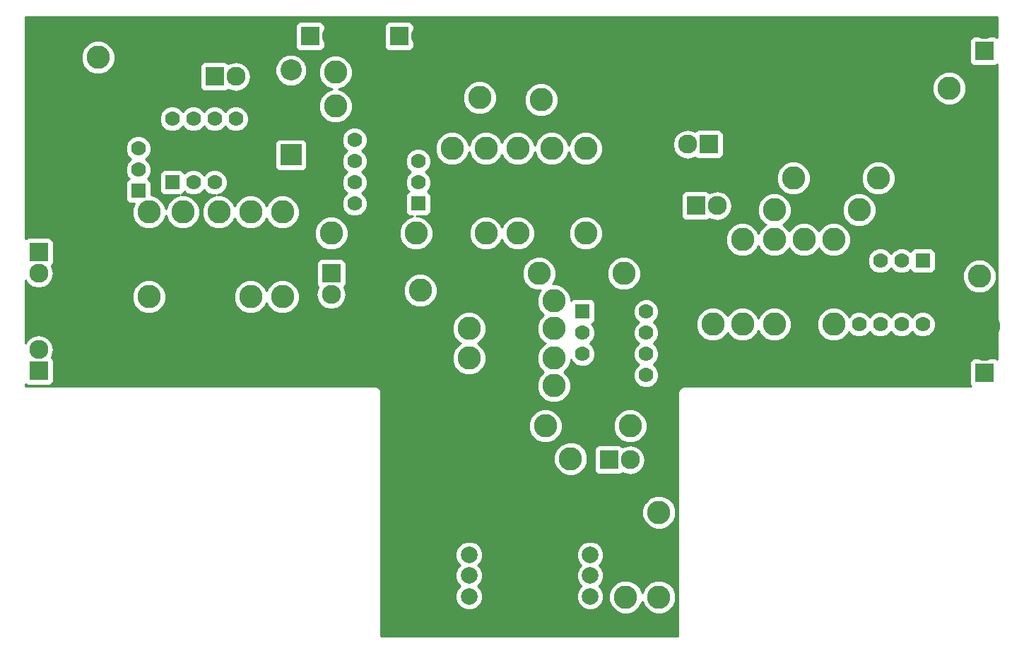
<source format=gtl>
G04 #@! TF.FileFunction,Copper,L1,Top,Signal*
%FSLAX46Y46*%
G04 Gerber Fmt 4.6, Leading zero omitted, Abs format (unit mm)*
G04 Created by KiCad (PCBNEW (2014-10-31 BZR 5247)-product) date Wednesday, March 18, 2015 'PMt' 03:24:55 PM*
%MOMM*%
G01*
G04 APERTURE LIST*
%ADD10C,0.100000*%
%ADD11C,2.794000*%
%ADD12C,2.540000*%
%ADD13R,2.540000X2.540000*%
%ADD14R,2.286000X2.286000*%
%ADD15O,2.286000X2.286000*%
%ADD16C,1.778000*%
%ADD17R,1.778000X1.778000*%
%ADD18C,2.000000*%
%ADD19C,0.254000*%
G04 APERTURE END LIST*
D10*
D11*
X144018000Y-61976000D03*
X154178000Y-61976000D03*
X167640000Y-49784000D03*
X167640000Y-39624000D03*
X153630000Y-72340000D03*
X153630000Y-82500000D03*
X171450000Y-39624000D03*
X171450000Y-49784000D03*
X181610000Y-36068000D03*
X171450000Y-36068000D03*
X144780000Y-38862000D03*
X144780000Y-28702000D03*
X132842000Y-38862000D03*
X132842000Y-28702000D03*
X118364000Y-38862000D03*
X128524000Y-38862000D03*
X112522000Y-36322000D03*
X112522000Y-46482000D03*
X118872000Y-23622000D03*
X129032000Y-23622000D03*
D12*
X113538000Y-19304000D03*
D13*
X113538000Y-29464000D03*
D14*
X151638000Y-66040000D03*
D15*
X154178000Y-66040000D03*
D14*
X83312000Y-55372000D03*
D15*
X83312000Y-52832000D03*
D14*
X162052000Y-35560000D03*
D15*
X164592000Y-35560000D03*
D14*
X83312000Y-41148000D03*
D15*
X83312000Y-43688000D03*
D14*
X196596000Y-17018000D03*
D15*
X196596000Y-14478000D03*
D14*
X163576000Y-28194000D03*
D15*
X161036000Y-28194000D03*
D14*
X196596000Y-55626000D03*
D15*
X196596000Y-53086000D03*
D14*
X118364000Y-43688000D03*
D15*
X118364000Y-46228000D03*
D14*
X104394000Y-20066000D03*
D15*
X106934000Y-20066000D03*
D14*
X126492000Y-15240000D03*
D15*
X129032000Y-15240000D03*
D14*
X115824000Y-15240000D03*
D15*
X118364000Y-15240000D03*
D11*
X134874000Y-57150000D03*
X145034000Y-57150000D03*
X145034000Y-50292000D03*
X134874000Y-50292000D03*
X145034000Y-46990000D03*
X134874000Y-46990000D03*
X134874000Y-53848000D03*
X145034000Y-53848000D03*
X153416000Y-43688000D03*
X143256000Y-43688000D03*
X157630000Y-72340000D03*
X157630000Y-82500000D03*
X147052000Y-65904000D03*
X136892000Y-65904000D03*
X164084000Y-49784000D03*
X164084000Y-39624000D03*
X175006000Y-39624000D03*
X175006000Y-49784000D03*
X178562000Y-39624000D03*
X178562000Y-49784000D03*
X183896000Y-32258000D03*
X173736000Y-32258000D03*
X148844000Y-28702000D03*
X148844000Y-38862000D03*
X140716000Y-38862000D03*
X140716000Y-28702000D03*
X136906000Y-28702000D03*
X136906000Y-38862000D03*
X104902000Y-46482000D03*
X104902000Y-36322000D03*
X96520000Y-36322000D03*
X96520000Y-46482000D03*
X100584000Y-36322000D03*
X100584000Y-46482000D03*
X108712000Y-46482000D03*
X108712000Y-36322000D03*
X118872000Y-19558000D03*
X129032000Y-19558000D03*
D16*
X95250000Y-28702000D03*
D17*
X95250000Y-33782000D03*
D16*
X95250000Y-31242000D03*
D17*
X148462000Y-48250000D03*
D16*
X148462000Y-50790000D03*
X148462000Y-53330000D03*
X148462000Y-55870000D03*
X156082000Y-55870000D03*
X156082000Y-53330000D03*
X156082000Y-50790000D03*
X156082000Y-48250000D03*
D18*
X134880000Y-82420000D03*
X134880000Y-79920000D03*
X134880000Y-77420000D03*
X149380000Y-82420000D03*
X149380000Y-79920000D03*
X149380000Y-77420000D03*
D17*
X189230000Y-42164000D03*
D16*
X186690000Y-42164000D03*
X184150000Y-42164000D03*
X181610000Y-42164000D03*
X181610000Y-49784000D03*
X184150000Y-49784000D03*
X186690000Y-49784000D03*
X189230000Y-49784000D03*
D17*
X128778000Y-35306000D03*
D16*
X128778000Y-32766000D03*
X128778000Y-30226000D03*
X128778000Y-27686000D03*
X121158000Y-27686000D03*
X121158000Y-30226000D03*
X121158000Y-32766000D03*
X121158000Y-35306000D03*
D17*
X99314000Y-32766000D03*
D16*
X101854000Y-32766000D03*
X104394000Y-32766000D03*
X106934000Y-32766000D03*
X106934000Y-25146000D03*
X104394000Y-25146000D03*
X101854000Y-25146000D03*
X99314000Y-25146000D03*
D11*
X182245000Y-21463000D03*
X192405000Y-21463000D03*
X196024500Y-33845500D03*
X196024500Y-44005500D03*
X148590000Y-58674000D03*
X181864000Y-39624000D03*
X110236000Y-32258000D03*
X192786000Y-14478000D03*
X197104000Y-50038000D03*
X133096000Y-15240000D03*
X122174000Y-15240000D03*
X178308000Y-21399500D03*
X196151500Y-29845000D03*
X136144000Y-22606000D03*
X129032000Y-45720000D03*
X143510000Y-22860000D03*
X90424000Y-17780000D03*
D19*
G36*
X198172000Y-54017974D02*
X198098699Y-53944673D01*
X198056852Y-53927339D01*
X198056852Y-43603084D01*
X197748150Y-42855968D01*
X197177038Y-42283859D01*
X196430463Y-41973854D01*
X195622084Y-41973148D01*
X194874968Y-42281850D01*
X194437352Y-42718703D01*
X194437352Y-21060584D01*
X194128650Y-20313468D01*
X193557538Y-19741359D01*
X192810963Y-19431354D01*
X192002584Y-19430648D01*
X191255468Y-19739350D01*
X190683359Y-20310462D01*
X190373354Y-21057037D01*
X190372648Y-21865416D01*
X190681350Y-22612532D01*
X191252462Y-23184641D01*
X191999037Y-23494646D01*
X192807416Y-23495352D01*
X193554532Y-23186650D01*
X194126641Y-22615538D01*
X194436646Y-21868963D01*
X194437352Y-21060584D01*
X194437352Y-42718703D01*
X194302859Y-42852962D01*
X193992854Y-43599537D01*
X193992148Y-44407916D01*
X194300850Y-45155032D01*
X194871962Y-45727141D01*
X195618537Y-46037146D01*
X196426916Y-46037852D01*
X197174032Y-45729150D01*
X197746141Y-45158038D01*
X198056146Y-44411463D01*
X198056852Y-43603084D01*
X198056852Y-53927339D01*
X197865310Y-53848000D01*
X197612691Y-53848000D01*
X195326691Y-53848000D01*
X195093302Y-53944673D01*
X194914673Y-54123301D01*
X194818000Y-54356690D01*
X194818000Y-54609309D01*
X194818000Y-56895309D01*
X194914673Y-57128698D01*
X194987974Y-57202000D01*
X190754264Y-57202000D01*
X190754264Y-49482188D01*
X190754000Y-49481549D01*
X190754000Y-43179310D01*
X190754000Y-42926691D01*
X190754000Y-41148691D01*
X190657327Y-40915302D01*
X190478699Y-40736673D01*
X190245310Y-40640000D01*
X189992691Y-40640000D01*
X188214691Y-40640000D01*
X187981302Y-40736673D01*
X187802673Y-40915301D01*
X187742317Y-41061011D01*
X187554404Y-40872769D01*
X186994472Y-40640265D01*
X186388188Y-40639736D01*
X185928352Y-40829735D01*
X185928352Y-31855584D01*
X185619650Y-31108468D01*
X185048538Y-30536359D01*
X184301963Y-30226354D01*
X183493584Y-30225648D01*
X182746468Y-30534350D01*
X182174359Y-31105462D01*
X181864354Y-31852037D01*
X181863648Y-32660416D01*
X182172350Y-33407532D01*
X182743462Y-33979641D01*
X183490037Y-34289646D01*
X184298416Y-34290352D01*
X185045532Y-33981650D01*
X185617641Y-33410538D01*
X185927646Y-32663963D01*
X185928352Y-31855584D01*
X185928352Y-40829735D01*
X185827851Y-40871262D01*
X185419664Y-41278737D01*
X185014404Y-40872769D01*
X184454472Y-40640265D01*
X183848188Y-40639736D01*
X183642352Y-40724785D01*
X183642352Y-35665584D01*
X183333650Y-34918468D01*
X182762538Y-34346359D01*
X182015963Y-34036354D01*
X181207584Y-34035648D01*
X180460468Y-34344350D01*
X179888359Y-34915462D01*
X179578354Y-35662037D01*
X179577648Y-36470416D01*
X179886350Y-37217532D01*
X180457462Y-37789641D01*
X181204037Y-38099646D01*
X182012416Y-38100352D01*
X182759532Y-37791650D01*
X183331641Y-37220538D01*
X183641646Y-36473963D01*
X183642352Y-35665584D01*
X183642352Y-40724785D01*
X183287851Y-40871262D01*
X182858769Y-41299596D01*
X182626265Y-41859528D01*
X182625736Y-42465812D01*
X182857262Y-43026149D01*
X183285596Y-43455231D01*
X183845528Y-43687735D01*
X184451812Y-43688264D01*
X185012149Y-43456738D01*
X185420335Y-43049262D01*
X185825596Y-43455231D01*
X186385528Y-43687735D01*
X186991812Y-43688264D01*
X187552149Y-43456738D01*
X187742292Y-43266926D01*
X187802673Y-43412698D01*
X187981301Y-43591327D01*
X188214690Y-43688000D01*
X188467309Y-43688000D01*
X190245309Y-43688000D01*
X190478698Y-43591327D01*
X190657327Y-43412699D01*
X190754000Y-43179310D01*
X190754000Y-49481549D01*
X190522738Y-48921851D01*
X190094404Y-48492769D01*
X189534472Y-48260265D01*
X188928188Y-48259736D01*
X188367851Y-48491262D01*
X187959664Y-48898737D01*
X187554404Y-48492769D01*
X186994472Y-48260265D01*
X186388188Y-48259736D01*
X185827851Y-48491262D01*
X185419664Y-48898737D01*
X185014404Y-48492769D01*
X184454472Y-48260265D01*
X183848188Y-48259736D01*
X183287851Y-48491262D01*
X182879664Y-48898737D01*
X182474404Y-48492769D01*
X181914472Y-48260265D01*
X181308188Y-48259736D01*
X180747851Y-48491262D01*
X180594352Y-48644493D01*
X180594352Y-39221584D01*
X180285650Y-38474468D01*
X179714538Y-37902359D01*
X178967963Y-37592354D01*
X178159584Y-37591648D01*
X177412468Y-37900350D01*
X176840359Y-38471462D01*
X176784245Y-38606598D01*
X176729650Y-38474468D01*
X176158538Y-37902359D01*
X175768352Y-37740339D01*
X175768352Y-31855584D01*
X175459650Y-31108468D01*
X174888538Y-30536359D01*
X174141963Y-30226354D01*
X173333584Y-30225648D01*
X172586468Y-30534350D01*
X172014359Y-31105462D01*
X171704354Y-31852037D01*
X171703648Y-32660416D01*
X172012350Y-33407532D01*
X172583462Y-33979641D01*
X173330037Y-34289646D01*
X174138416Y-34290352D01*
X174885532Y-33981650D01*
X175457641Y-33410538D01*
X175767646Y-32663963D01*
X175768352Y-31855584D01*
X175768352Y-37740339D01*
X175411963Y-37592354D01*
X174603584Y-37591648D01*
X173856468Y-37900350D01*
X173284359Y-38471462D01*
X173228245Y-38606598D01*
X173173650Y-38474468D01*
X172602538Y-37902359D01*
X172467401Y-37846245D01*
X172599532Y-37791650D01*
X173171641Y-37220538D01*
X173481646Y-36473963D01*
X173482352Y-35665584D01*
X173173650Y-34918468D01*
X172602538Y-34346359D01*
X171855963Y-34036354D01*
X171047584Y-34035648D01*
X170300468Y-34344350D01*
X169728359Y-34915462D01*
X169418354Y-35662037D01*
X169417648Y-36470416D01*
X169726350Y-37217532D01*
X170297462Y-37789641D01*
X170432598Y-37845754D01*
X170300468Y-37900350D01*
X169728359Y-38471462D01*
X169544931Y-38913203D01*
X169363650Y-38474468D01*
X168792538Y-37902359D01*
X168045963Y-37592354D01*
X167237584Y-37591648D01*
X166490468Y-37900350D01*
X166370000Y-38020608D01*
X166370000Y-35594833D01*
X166370000Y-35525167D01*
X166234658Y-34844756D01*
X165849236Y-34267931D01*
X165354000Y-33937025D01*
X165354000Y-29463310D01*
X165354000Y-29210691D01*
X165354000Y-26924691D01*
X165257327Y-26691302D01*
X165078699Y-26512673D01*
X164845310Y-26416000D01*
X164592691Y-26416000D01*
X162306691Y-26416000D01*
X162073302Y-26512673D01*
X161928051Y-26657922D01*
X161716411Y-26516509D01*
X161036000Y-26381167D01*
X160355589Y-26516509D01*
X159778764Y-26901931D01*
X159393342Y-27478756D01*
X159258000Y-28159167D01*
X159258000Y-28228833D01*
X159393342Y-28909244D01*
X159778764Y-29486069D01*
X160355589Y-29871491D01*
X161036000Y-30006833D01*
X161716411Y-29871491D01*
X161928051Y-29730077D01*
X162073301Y-29875327D01*
X162306690Y-29972000D01*
X162559309Y-29972000D01*
X164845309Y-29972000D01*
X165078698Y-29875327D01*
X165257327Y-29696699D01*
X165354000Y-29463310D01*
X165354000Y-33937025D01*
X165272411Y-33882509D01*
X164592000Y-33747167D01*
X163911589Y-33882509D01*
X163699948Y-34023922D01*
X163554699Y-33878673D01*
X163321310Y-33782000D01*
X163068691Y-33782000D01*
X160782691Y-33782000D01*
X160549302Y-33878673D01*
X160370673Y-34057301D01*
X160274000Y-34290690D01*
X160274000Y-34543309D01*
X160274000Y-36829309D01*
X160370673Y-37062698D01*
X160549301Y-37241327D01*
X160782690Y-37338000D01*
X161035309Y-37338000D01*
X163321309Y-37338000D01*
X163554698Y-37241327D01*
X163699948Y-37096077D01*
X163911589Y-37237491D01*
X164592000Y-37372833D01*
X165272411Y-37237491D01*
X165849236Y-36852069D01*
X166234658Y-36275244D01*
X166370000Y-35594833D01*
X166370000Y-38020608D01*
X165918359Y-38471462D01*
X165608354Y-39218037D01*
X165607648Y-40026416D01*
X165916350Y-40773532D01*
X166487462Y-41345641D01*
X167234037Y-41655646D01*
X168042416Y-41656352D01*
X168789532Y-41347650D01*
X169361641Y-40776538D01*
X169545068Y-40334796D01*
X169726350Y-40773532D01*
X170297462Y-41345641D01*
X171044037Y-41655646D01*
X171852416Y-41656352D01*
X172599532Y-41347650D01*
X173171641Y-40776538D01*
X173227754Y-40641401D01*
X173282350Y-40773532D01*
X173853462Y-41345641D01*
X174600037Y-41655646D01*
X175408416Y-41656352D01*
X176155532Y-41347650D01*
X176727641Y-40776538D01*
X176783754Y-40641401D01*
X176838350Y-40773532D01*
X177409462Y-41345641D01*
X178156037Y-41655646D01*
X178964416Y-41656352D01*
X179711532Y-41347650D01*
X180283641Y-40776538D01*
X180593646Y-40029963D01*
X180594352Y-39221584D01*
X180594352Y-48644493D01*
X180378730Y-48859739D01*
X180285650Y-48634468D01*
X179714538Y-48062359D01*
X178967963Y-47752354D01*
X178159584Y-47751648D01*
X177412468Y-48060350D01*
X176840359Y-48631462D01*
X176530354Y-49378037D01*
X176529648Y-50186416D01*
X176838350Y-50933532D01*
X177409462Y-51505641D01*
X178156037Y-51815646D01*
X178964416Y-51816352D01*
X179711532Y-51507650D01*
X180283641Y-50936538D01*
X180378675Y-50707669D01*
X180745596Y-51075231D01*
X181305528Y-51307735D01*
X181911812Y-51308264D01*
X182472149Y-51076738D01*
X182880335Y-50669262D01*
X183285596Y-51075231D01*
X183845528Y-51307735D01*
X184451812Y-51308264D01*
X185012149Y-51076738D01*
X185420335Y-50669262D01*
X185825596Y-51075231D01*
X186385528Y-51307735D01*
X186991812Y-51308264D01*
X187552149Y-51076738D01*
X187960335Y-50669262D01*
X188365596Y-51075231D01*
X188925528Y-51307735D01*
X189531812Y-51308264D01*
X190092149Y-51076738D01*
X190521231Y-50648404D01*
X190753735Y-50088472D01*
X190754264Y-49482188D01*
X190754264Y-57202000D01*
X187706000Y-57202000D01*
X187647890Y-57213558D01*
X187630000Y-57210000D01*
X173482352Y-57210000D01*
X173482352Y-49381584D01*
X173173650Y-48634468D01*
X172602538Y-48062359D01*
X171855963Y-47752354D01*
X171047584Y-47751648D01*
X170300468Y-48060350D01*
X169728359Y-48631462D01*
X169544931Y-49073203D01*
X169363650Y-48634468D01*
X168792538Y-48062359D01*
X168045963Y-47752354D01*
X167237584Y-47751648D01*
X166490468Y-48060350D01*
X165918359Y-48631462D01*
X165862245Y-48766598D01*
X165807650Y-48634468D01*
X165236538Y-48062359D01*
X164489963Y-47752354D01*
X163681584Y-47751648D01*
X162934468Y-48060350D01*
X162362359Y-48631462D01*
X162052354Y-49378037D01*
X162051648Y-50186416D01*
X162360350Y-50933532D01*
X162931462Y-51505641D01*
X163678037Y-51815646D01*
X164486416Y-51816352D01*
X165233532Y-51507650D01*
X165805641Y-50936538D01*
X165861754Y-50801401D01*
X165916350Y-50933532D01*
X166487462Y-51505641D01*
X167234037Y-51815646D01*
X168042416Y-51816352D01*
X168789532Y-51507650D01*
X169361641Y-50936538D01*
X169545068Y-50494796D01*
X169726350Y-50933532D01*
X170297462Y-51505641D01*
X171044037Y-51815646D01*
X171852416Y-51816352D01*
X172599532Y-51507650D01*
X173171641Y-50936538D01*
X173481646Y-50189963D01*
X173482352Y-49381584D01*
X173482352Y-57210000D01*
X160630000Y-57210000D01*
X160358295Y-57264046D01*
X160127954Y-57417954D01*
X159974046Y-57648295D01*
X159920000Y-57920000D01*
X159920000Y-87210000D01*
X159662352Y-87210000D01*
X159662352Y-82097584D01*
X159662352Y-71937584D01*
X159353650Y-71190468D01*
X158782538Y-70618359D01*
X158035963Y-70308354D01*
X157606264Y-70307978D01*
X157606264Y-55568188D01*
X157374738Y-55007851D01*
X156967262Y-54599664D01*
X157373231Y-54194404D01*
X157605735Y-53634472D01*
X157606264Y-53028188D01*
X157374738Y-52467851D01*
X156967262Y-52059664D01*
X157373231Y-51654404D01*
X157605735Y-51094472D01*
X157606264Y-50488188D01*
X157374738Y-49927851D01*
X156967262Y-49519664D01*
X157373231Y-49114404D01*
X157605735Y-48554472D01*
X157606264Y-47948188D01*
X157374738Y-47387851D01*
X156946404Y-46958769D01*
X156386472Y-46726265D01*
X155780188Y-46725736D01*
X155448352Y-46862847D01*
X155448352Y-43285584D01*
X155139650Y-42538468D01*
X154568538Y-41966359D01*
X153821963Y-41656354D01*
X153013584Y-41655648D01*
X152266468Y-41964350D01*
X151694359Y-42535462D01*
X151384354Y-43282037D01*
X151383648Y-44090416D01*
X151692350Y-44837532D01*
X152263462Y-45409641D01*
X153010037Y-45719646D01*
X153818416Y-45720352D01*
X154565532Y-45411650D01*
X155137641Y-44840538D01*
X155447646Y-44093963D01*
X155448352Y-43285584D01*
X155448352Y-46862847D01*
X155219851Y-46957262D01*
X154790769Y-47385596D01*
X154558265Y-47945528D01*
X154557736Y-48551812D01*
X154789262Y-49112149D01*
X155196737Y-49520335D01*
X154790769Y-49925596D01*
X154558265Y-50485528D01*
X154557736Y-51091812D01*
X154789262Y-51652149D01*
X155196737Y-52060335D01*
X154790769Y-52465596D01*
X154558265Y-53025528D01*
X154557736Y-53631812D01*
X154789262Y-54192149D01*
X155196737Y-54600335D01*
X154790769Y-55005596D01*
X154558265Y-55565528D01*
X154557736Y-56171812D01*
X154789262Y-56732149D01*
X155217596Y-57161231D01*
X155777528Y-57393735D01*
X156383812Y-57394264D01*
X156944149Y-57162738D01*
X157373231Y-56734404D01*
X157605735Y-56174472D01*
X157606264Y-55568188D01*
X157606264Y-70307978D01*
X157227584Y-70307648D01*
X156480468Y-70616350D01*
X156210352Y-70885995D01*
X156210352Y-61573584D01*
X155901650Y-60826468D01*
X155330538Y-60254359D01*
X154583963Y-59944354D01*
X153775584Y-59943648D01*
X153028468Y-60252350D01*
X152456359Y-60823462D01*
X152146354Y-61570037D01*
X152145648Y-62378416D01*
X152454350Y-63125532D01*
X153025462Y-63697641D01*
X153772037Y-64007646D01*
X154580416Y-64008352D01*
X155327532Y-63699650D01*
X155899641Y-63128538D01*
X156209646Y-62381963D01*
X156210352Y-61573584D01*
X156210352Y-70885995D01*
X155956000Y-71139904D01*
X155956000Y-66074833D01*
X155956000Y-66005167D01*
X155820658Y-65324756D01*
X155435236Y-64747931D01*
X154858411Y-64362509D01*
X154178000Y-64227167D01*
X153497589Y-64362509D01*
X153285948Y-64503922D01*
X153140699Y-64358673D01*
X152907310Y-64262000D01*
X152654691Y-64262000D01*
X150876352Y-64262000D01*
X150876352Y-38459584D01*
X150876352Y-28299584D01*
X150567650Y-27552468D01*
X149996538Y-26980359D01*
X149249963Y-26670354D01*
X148441584Y-26669648D01*
X147694468Y-26978350D01*
X147122359Y-27549462D01*
X146812354Y-28296037D01*
X146812350Y-28299581D01*
X146503650Y-27552468D01*
X145932538Y-26980359D01*
X145542352Y-26818339D01*
X145542352Y-22457584D01*
X145233650Y-21710468D01*
X144662538Y-21138359D01*
X143915963Y-20828354D01*
X143107584Y-20827648D01*
X142360468Y-21136350D01*
X141788359Y-21707462D01*
X141478354Y-22454037D01*
X141477648Y-23262416D01*
X141786350Y-24009532D01*
X142357462Y-24581641D01*
X143104037Y-24891646D01*
X143912416Y-24892352D01*
X144659532Y-24583650D01*
X145231641Y-24012538D01*
X145541646Y-23265963D01*
X145542352Y-22457584D01*
X145542352Y-26818339D01*
X145185963Y-26670354D01*
X144377584Y-26669648D01*
X143630468Y-26978350D01*
X143058359Y-27549462D01*
X142748354Y-28296037D01*
X142748350Y-28299581D01*
X142439650Y-27552468D01*
X141868538Y-26980359D01*
X141121963Y-26670354D01*
X140313584Y-26669648D01*
X139566468Y-26978350D01*
X138994359Y-27549462D01*
X138810931Y-27991203D01*
X138629650Y-27552468D01*
X138176352Y-27098378D01*
X138176352Y-22203584D01*
X137867650Y-21456468D01*
X137296538Y-20884359D01*
X136549963Y-20574354D01*
X135741584Y-20573648D01*
X134994468Y-20882350D01*
X134422359Y-21453462D01*
X134112354Y-22200037D01*
X134111648Y-23008416D01*
X134420350Y-23755532D01*
X134991462Y-24327641D01*
X135738037Y-24637646D01*
X136546416Y-24638352D01*
X137293532Y-24329650D01*
X137865641Y-23758538D01*
X138175646Y-23011963D01*
X138176352Y-22203584D01*
X138176352Y-27098378D01*
X138058538Y-26980359D01*
X137311963Y-26670354D01*
X136503584Y-26669648D01*
X135756468Y-26978350D01*
X135184359Y-27549462D01*
X134874354Y-28296037D01*
X134874350Y-28299581D01*
X134565650Y-27552468D01*
X133994538Y-26980359D01*
X133247963Y-26670354D01*
X132439584Y-26669648D01*
X131692468Y-26978350D01*
X131120359Y-27549462D01*
X130810354Y-28296037D01*
X130809648Y-29104416D01*
X131118350Y-29851532D01*
X131689462Y-30423641D01*
X132436037Y-30733646D01*
X133244416Y-30734352D01*
X133991532Y-30425650D01*
X134563641Y-29854538D01*
X134873646Y-29107963D01*
X134873649Y-29104418D01*
X135182350Y-29851532D01*
X135753462Y-30423641D01*
X136500037Y-30733646D01*
X137308416Y-30734352D01*
X138055532Y-30425650D01*
X138627641Y-29854538D01*
X138811068Y-29412796D01*
X138992350Y-29851532D01*
X139563462Y-30423641D01*
X140310037Y-30733646D01*
X141118416Y-30734352D01*
X141865532Y-30425650D01*
X142437641Y-29854538D01*
X142747646Y-29107963D01*
X142747649Y-29104418D01*
X143056350Y-29851532D01*
X143627462Y-30423641D01*
X144374037Y-30733646D01*
X145182416Y-30734352D01*
X145929532Y-30425650D01*
X146501641Y-29854538D01*
X146811646Y-29107963D01*
X146811649Y-29104418D01*
X147120350Y-29851532D01*
X147691462Y-30423641D01*
X148438037Y-30733646D01*
X149246416Y-30734352D01*
X149993532Y-30425650D01*
X150565641Y-29854538D01*
X150875646Y-29107963D01*
X150876352Y-28299584D01*
X150876352Y-38459584D01*
X150567650Y-37712468D01*
X149996538Y-37140359D01*
X149249963Y-36830354D01*
X148441584Y-36829648D01*
X147694468Y-37138350D01*
X147122359Y-37709462D01*
X146812354Y-38456037D01*
X146811648Y-39264416D01*
X147120350Y-40011532D01*
X147691462Y-40583641D01*
X148438037Y-40893646D01*
X149246416Y-40894352D01*
X149993532Y-40585650D01*
X150565641Y-40014538D01*
X150875646Y-39267963D01*
X150876352Y-38459584D01*
X150876352Y-64262000D01*
X150368691Y-64262000D01*
X150135302Y-64358673D01*
X149986264Y-64507710D01*
X149986264Y-53028188D01*
X149754738Y-52467851D01*
X149347262Y-52059664D01*
X149753231Y-51654404D01*
X149985735Y-51094472D01*
X149986264Y-50488188D01*
X149754738Y-49927851D01*
X149564926Y-49737707D01*
X149710698Y-49677327D01*
X149889327Y-49498699D01*
X149986000Y-49265310D01*
X149986000Y-49012691D01*
X149986000Y-47234691D01*
X149889327Y-47001302D01*
X149710699Y-46822673D01*
X149477310Y-46726000D01*
X149224691Y-46726000D01*
X147446691Y-46726000D01*
X147213302Y-46822673D01*
X147066018Y-46969956D01*
X147066352Y-46587584D01*
X146757650Y-45840468D01*
X146186538Y-45268359D01*
X145439963Y-44958354D01*
X144860126Y-44957847D01*
X144977641Y-44840538D01*
X145287646Y-44093963D01*
X145288352Y-43285584D01*
X144979650Y-42538468D01*
X144408538Y-41966359D01*
X143661963Y-41656354D01*
X142853584Y-41655648D01*
X142748352Y-41699128D01*
X142748352Y-38459584D01*
X142439650Y-37712468D01*
X141868538Y-37140359D01*
X141121963Y-36830354D01*
X140313584Y-36829648D01*
X139566468Y-37138350D01*
X138994359Y-37709462D01*
X138810931Y-38151203D01*
X138629650Y-37712468D01*
X138058538Y-37140359D01*
X137311963Y-36830354D01*
X136503584Y-36829648D01*
X135756468Y-37138350D01*
X135184359Y-37709462D01*
X134874354Y-38456037D01*
X134873648Y-39264416D01*
X135182350Y-40011532D01*
X135753462Y-40583641D01*
X136500037Y-40893646D01*
X137308416Y-40894352D01*
X138055532Y-40585650D01*
X138627641Y-40014538D01*
X138811068Y-39572796D01*
X138992350Y-40011532D01*
X139563462Y-40583641D01*
X140310037Y-40893646D01*
X141118416Y-40894352D01*
X141865532Y-40585650D01*
X142437641Y-40014538D01*
X142747646Y-39267963D01*
X142748352Y-38459584D01*
X142748352Y-41699128D01*
X142106468Y-41964350D01*
X141534359Y-42535462D01*
X141224354Y-43282037D01*
X141223648Y-44090416D01*
X141532350Y-44837532D01*
X142103462Y-45409641D01*
X142850037Y-45719646D01*
X143429873Y-45720152D01*
X143312359Y-45837462D01*
X143002354Y-46584037D01*
X143001648Y-47392416D01*
X143310350Y-48139532D01*
X143811316Y-48641373D01*
X143312359Y-49139462D01*
X143002354Y-49886037D01*
X143001648Y-50694416D01*
X143310350Y-51441532D01*
X143881462Y-52013641D01*
X144016598Y-52069754D01*
X143884468Y-52124350D01*
X143312359Y-52695462D01*
X143002354Y-53442037D01*
X143001648Y-54250416D01*
X143310350Y-54997532D01*
X143811316Y-55499373D01*
X143312359Y-55997462D01*
X143002354Y-56744037D01*
X143001648Y-57552416D01*
X143310350Y-58299532D01*
X143881462Y-58871641D01*
X144628037Y-59181646D01*
X145436416Y-59182352D01*
X146183532Y-58873650D01*
X146755641Y-58302538D01*
X147065646Y-57555963D01*
X147066352Y-56747584D01*
X146757650Y-56000468D01*
X146256683Y-55498626D01*
X146755641Y-55000538D01*
X147065646Y-54253963D01*
X147065918Y-53942037D01*
X147169262Y-54192149D01*
X147597596Y-54621231D01*
X148157528Y-54853735D01*
X148763812Y-54854264D01*
X149324149Y-54622738D01*
X149753231Y-54194404D01*
X149985735Y-53634472D01*
X149986264Y-53028188D01*
X149986264Y-64507710D01*
X149956673Y-64537301D01*
X149860000Y-64770690D01*
X149860000Y-65023309D01*
X149860000Y-67309309D01*
X149956673Y-67542698D01*
X150135301Y-67721327D01*
X150368690Y-67818000D01*
X150621309Y-67818000D01*
X152907309Y-67818000D01*
X153140698Y-67721327D01*
X153285948Y-67576077D01*
X153497589Y-67717491D01*
X154178000Y-67852833D01*
X154858411Y-67717491D01*
X155435236Y-67332069D01*
X155820658Y-66755244D01*
X155956000Y-66074833D01*
X155956000Y-71139904D01*
X155908359Y-71187462D01*
X155598354Y-71934037D01*
X155597648Y-72742416D01*
X155906350Y-73489532D01*
X156477462Y-74061641D01*
X157224037Y-74371646D01*
X158032416Y-74372352D01*
X158779532Y-74063650D01*
X159351641Y-73492538D01*
X159661646Y-72745963D01*
X159662352Y-71937584D01*
X159662352Y-82097584D01*
X159353650Y-81350468D01*
X158782538Y-80778359D01*
X158035963Y-80468354D01*
X157227584Y-80467648D01*
X156480468Y-80776350D01*
X155908359Y-81347462D01*
X155629697Y-82018553D01*
X155353650Y-81350468D01*
X154782538Y-80778359D01*
X154035963Y-80468354D01*
X153227584Y-80467648D01*
X152480468Y-80776350D01*
X151908359Y-81347462D01*
X151598354Y-82094037D01*
X151597648Y-82902416D01*
X151906350Y-83649532D01*
X152477462Y-84221641D01*
X153224037Y-84531646D01*
X154032416Y-84532352D01*
X154779532Y-84223650D01*
X155351641Y-83652538D01*
X155630302Y-82981446D01*
X155906350Y-83649532D01*
X156477462Y-84221641D01*
X157224037Y-84531646D01*
X158032416Y-84532352D01*
X158779532Y-84223650D01*
X159351641Y-83652538D01*
X159661646Y-82905963D01*
X159662352Y-82097584D01*
X159662352Y-87210000D01*
X151015284Y-87210000D01*
X151015284Y-82096205D01*
X150766894Y-81495057D01*
X150442240Y-81169835D01*
X150765278Y-80847363D01*
X151014716Y-80246648D01*
X151015284Y-79596205D01*
X150766894Y-78995057D01*
X150442240Y-78669835D01*
X150765278Y-78347363D01*
X151014716Y-77746648D01*
X151015284Y-77096205D01*
X150766894Y-76495057D01*
X150307363Y-76034722D01*
X149706648Y-75785284D01*
X149084352Y-75784740D01*
X149084352Y-65501584D01*
X148775650Y-64754468D01*
X148204538Y-64182359D01*
X147457963Y-63872354D01*
X146649584Y-63871648D01*
X146050352Y-64119245D01*
X146050352Y-61573584D01*
X145741650Y-60826468D01*
X145170538Y-60254359D01*
X144423963Y-59944354D01*
X143615584Y-59943648D01*
X142868468Y-60252350D01*
X142296359Y-60823462D01*
X141986354Y-61570037D01*
X141985648Y-62378416D01*
X142294350Y-63125532D01*
X142865462Y-63697641D01*
X143612037Y-64007646D01*
X144420416Y-64008352D01*
X145167532Y-63699650D01*
X145739641Y-63128538D01*
X146049646Y-62381963D01*
X146050352Y-61573584D01*
X146050352Y-64119245D01*
X145902468Y-64180350D01*
X145330359Y-64751462D01*
X145020354Y-65498037D01*
X145019648Y-66306416D01*
X145328350Y-67053532D01*
X145899462Y-67625641D01*
X146646037Y-67935646D01*
X147454416Y-67936352D01*
X148201532Y-67627650D01*
X148773641Y-67056538D01*
X149083646Y-66309963D01*
X149084352Y-65501584D01*
X149084352Y-75784740D01*
X149056205Y-75784716D01*
X148455057Y-76033106D01*
X147994722Y-76492637D01*
X147745284Y-77093352D01*
X147744716Y-77743795D01*
X147993106Y-78344943D01*
X148317759Y-78670164D01*
X147994722Y-78992637D01*
X147745284Y-79593352D01*
X147744716Y-80243795D01*
X147993106Y-80844943D01*
X148317759Y-81170164D01*
X147994722Y-81492637D01*
X147745284Y-82093352D01*
X147744716Y-82743795D01*
X147993106Y-83344943D01*
X148452637Y-83805278D01*
X149053352Y-84054716D01*
X149703795Y-84055284D01*
X150304943Y-83806894D01*
X150765278Y-83347363D01*
X151014716Y-82746648D01*
X151015284Y-82096205D01*
X151015284Y-87210000D01*
X136906352Y-87210000D01*
X136906352Y-53445584D01*
X136597650Y-52698468D01*
X136026538Y-52126359D01*
X135891401Y-52070245D01*
X136023532Y-52015650D01*
X136595641Y-51444538D01*
X136905646Y-50697963D01*
X136906352Y-49889584D01*
X136597650Y-49142468D01*
X136026538Y-48570359D01*
X135279963Y-48260354D01*
X134471584Y-48259648D01*
X133724468Y-48568350D01*
X133152359Y-49139462D01*
X132842354Y-49886037D01*
X132841648Y-50694416D01*
X133150350Y-51441532D01*
X133721462Y-52013641D01*
X133856598Y-52069754D01*
X133724468Y-52124350D01*
X133152359Y-52695462D01*
X132842354Y-53442037D01*
X132841648Y-54250416D01*
X133150350Y-54997532D01*
X133721462Y-55569641D01*
X134468037Y-55879646D01*
X135276416Y-55880352D01*
X136023532Y-55571650D01*
X136595641Y-55000538D01*
X136905646Y-54253963D01*
X136906352Y-53445584D01*
X136906352Y-87210000D01*
X136515284Y-87210000D01*
X136515284Y-82096205D01*
X136266894Y-81495057D01*
X135942240Y-81169835D01*
X136265278Y-80847363D01*
X136514716Y-80246648D01*
X136515284Y-79596205D01*
X136266894Y-78995057D01*
X135942240Y-78669835D01*
X136265278Y-78347363D01*
X136514716Y-77746648D01*
X136515284Y-77096205D01*
X136266894Y-76495057D01*
X135807363Y-76034722D01*
X135206648Y-75785284D01*
X134556205Y-75784716D01*
X133955057Y-76033106D01*
X133494722Y-76492637D01*
X133245284Y-77093352D01*
X133244716Y-77743795D01*
X133493106Y-78344943D01*
X133817759Y-78670164D01*
X133494722Y-78992637D01*
X133245284Y-79593352D01*
X133244716Y-80243795D01*
X133493106Y-80844943D01*
X133817759Y-81170164D01*
X133494722Y-81492637D01*
X133245284Y-82093352D01*
X133244716Y-82743795D01*
X133493106Y-83344943D01*
X133952637Y-83805278D01*
X134553352Y-84054716D01*
X135203795Y-84055284D01*
X135804943Y-83806894D01*
X136265278Y-83347363D01*
X136514716Y-82746648D01*
X136515284Y-82096205D01*
X136515284Y-87210000D01*
X131064352Y-87210000D01*
X131064352Y-45317584D01*
X130755650Y-44570468D01*
X130556352Y-44370822D01*
X130556352Y-38459584D01*
X130247650Y-37712468D01*
X129676538Y-37140359D01*
X128929963Y-36830354D01*
X128524628Y-36830000D01*
X129793309Y-36830000D01*
X130026698Y-36733327D01*
X130205327Y-36554699D01*
X130302000Y-36321310D01*
X130302000Y-36068691D01*
X130302000Y-34290691D01*
X130205327Y-34057302D01*
X130026699Y-33878673D01*
X129880988Y-33818317D01*
X130069231Y-33630404D01*
X130301735Y-33070472D01*
X130302264Y-32464188D01*
X130070738Y-31903851D01*
X129663262Y-31495664D01*
X130069231Y-31090404D01*
X130301735Y-30530472D01*
X130302264Y-29924188D01*
X130070738Y-29363851D01*
X129642404Y-28934769D01*
X129082472Y-28702265D01*
X128476188Y-28701736D01*
X128270000Y-28786930D01*
X128270000Y-16509310D01*
X128270000Y-16256691D01*
X128270000Y-13970691D01*
X128173327Y-13737302D01*
X127994699Y-13558673D01*
X127761310Y-13462000D01*
X127508691Y-13462000D01*
X125222691Y-13462000D01*
X124989302Y-13558673D01*
X124810673Y-13737301D01*
X124714000Y-13970690D01*
X124714000Y-14223309D01*
X124714000Y-16509309D01*
X124810673Y-16742698D01*
X124989301Y-16921327D01*
X125222690Y-17018000D01*
X125475309Y-17018000D01*
X127761309Y-17018000D01*
X127994698Y-16921327D01*
X128173327Y-16742699D01*
X128270000Y-16509310D01*
X128270000Y-28786930D01*
X127915851Y-28933262D01*
X127486769Y-29361596D01*
X127254265Y-29921528D01*
X127253736Y-30527812D01*
X127485262Y-31088149D01*
X127892737Y-31496335D01*
X127486769Y-31901596D01*
X127254265Y-32461528D01*
X127253736Y-33067812D01*
X127485262Y-33628149D01*
X127675073Y-33818292D01*
X127529302Y-33878673D01*
X127350673Y-34057301D01*
X127254000Y-34290690D01*
X127254000Y-34543309D01*
X127254000Y-36321309D01*
X127350673Y-36554698D01*
X127529301Y-36733327D01*
X127762690Y-36830000D01*
X128015309Y-36830000D01*
X128120732Y-36830000D01*
X127374468Y-37138350D01*
X126802359Y-37709462D01*
X126492354Y-38456037D01*
X126491648Y-39264416D01*
X126800350Y-40011532D01*
X127371462Y-40583641D01*
X128118037Y-40893646D01*
X128926416Y-40894352D01*
X129673532Y-40585650D01*
X130245641Y-40014538D01*
X130555646Y-39267963D01*
X130556352Y-38459584D01*
X130556352Y-44370822D01*
X130184538Y-43998359D01*
X129437963Y-43688354D01*
X128629584Y-43687648D01*
X127882468Y-43996350D01*
X127310359Y-44567462D01*
X127000354Y-45314037D01*
X126999648Y-46122416D01*
X127308350Y-46869532D01*
X127879462Y-47441641D01*
X128626037Y-47751646D01*
X129434416Y-47752352D01*
X130181532Y-47443650D01*
X130753641Y-46872538D01*
X131063646Y-46125963D01*
X131064352Y-45317584D01*
X131064352Y-87210000D01*
X124340000Y-87210000D01*
X124340000Y-57920000D01*
X124285954Y-57648295D01*
X124132046Y-57417954D01*
X123901705Y-57264046D01*
X123630000Y-57210000D01*
X122682264Y-57210000D01*
X122682264Y-35004188D01*
X122450738Y-34443851D01*
X122043262Y-34035664D01*
X122449231Y-33630404D01*
X122681735Y-33070472D01*
X122682264Y-32464188D01*
X122450738Y-31903851D01*
X122043262Y-31495664D01*
X122449231Y-31090404D01*
X122681735Y-30530472D01*
X122682264Y-29924188D01*
X122450738Y-29363851D01*
X122043262Y-28955664D01*
X122449231Y-28550404D01*
X122681735Y-27990472D01*
X122682264Y-27384188D01*
X122450738Y-26823851D01*
X122022404Y-26394769D01*
X121462472Y-26162265D01*
X120904352Y-26161778D01*
X120904352Y-23219584D01*
X120595650Y-22472468D01*
X120024538Y-21900359D01*
X119277963Y-21590354D01*
X119274418Y-21590350D01*
X120021532Y-21281650D01*
X120593641Y-20710538D01*
X120903646Y-19963963D01*
X120904352Y-19155584D01*
X120595650Y-18408468D01*
X120024538Y-17836359D01*
X119277963Y-17526354D01*
X118469584Y-17525648D01*
X117722468Y-17834350D01*
X117602000Y-17954608D01*
X117602000Y-16509310D01*
X117602000Y-16256691D01*
X117602000Y-13970691D01*
X117505327Y-13737302D01*
X117326699Y-13558673D01*
X117093310Y-13462000D01*
X116840691Y-13462000D01*
X114554691Y-13462000D01*
X114321302Y-13558673D01*
X114142673Y-13737301D01*
X114046000Y-13970690D01*
X114046000Y-14223309D01*
X114046000Y-16509309D01*
X114142673Y-16742698D01*
X114321301Y-16921327D01*
X114554690Y-17018000D01*
X114807309Y-17018000D01*
X117093309Y-17018000D01*
X117326698Y-16921327D01*
X117505327Y-16742699D01*
X117602000Y-16509310D01*
X117602000Y-17954608D01*
X117150359Y-18405462D01*
X116840354Y-19152037D01*
X116839648Y-19960416D01*
X117148350Y-20707532D01*
X117719462Y-21279641D01*
X118466037Y-21589646D01*
X118469581Y-21589649D01*
X117722468Y-21898350D01*
X117150359Y-22469462D01*
X116840354Y-23216037D01*
X116839648Y-24024416D01*
X117148350Y-24771532D01*
X117719462Y-25343641D01*
X118466037Y-25653646D01*
X119274416Y-25654352D01*
X120021532Y-25345650D01*
X120593641Y-24774538D01*
X120903646Y-24027963D01*
X120904352Y-23219584D01*
X120904352Y-26161778D01*
X120856188Y-26161736D01*
X120295851Y-26393262D01*
X119866769Y-26821596D01*
X119634265Y-27381528D01*
X119633736Y-27987812D01*
X119865262Y-28548149D01*
X120272737Y-28956335D01*
X119866769Y-29361596D01*
X119634265Y-29921528D01*
X119633736Y-30527812D01*
X119865262Y-31088149D01*
X120272737Y-31496335D01*
X119866769Y-31901596D01*
X119634265Y-32461528D01*
X119633736Y-33067812D01*
X119865262Y-33628149D01*
X120272737Y-34036335D01*
X119866769Y-34441596D01*
X119634265Y-35001528D01*
X119633736Y-35607812D01*
X119865262Y-36168149D01*
X120293596Y-36597231D01*
X120853528Y-36829735D01*
X121459812Y-36830264D01*
X122020149Y-36598738D01*
X122449231Y-36170404D01*
X122681735Y-35610472D01*
X122682264Y-35004188D01*
X122682264Y-57210000D01*
X120396352Y-57210000D01*
X120396352Y-38459584D01*
X120087650Y-37712468D01*
X119516538Y-37140359D01*
X118769963Y-36830354D01*
X117961584Y-36829648D01*
X117214468Y-37138350D01*
X116642359Y-37709462D01*
X116332354Y-38456037D01*
X116331648Y-39264416D01*
X116640350Y-40011532D01*
X117211462Y-40583641D01*
X117958037Y-40893646D01*
X118766416Y-40894352D01*
X119513532Y-40585650D01*
X120085641Y-40014538D01*
X120395646Y-39267963D01*
X120396352Y-38459584D01*
X120396352Y-57210000D01*
X120176833Y-57210000D01*
X120176833Y-46228000D01*
X120041491Y-45547589D01*
X119900077Y-45335948D01*
X120045327Y-45190699D01*
X120142000Y-44957310D01*
X120142000Y-44704691D01*
X120142000Y-42418691D01*
X120045327Y-42185302D01*
X119866699Y-42006673D01*
X119633310Y-41910000D01*
X119380691Y-41910000D01*
X117094691Y-41910000D01*
X116861302Y-42006673D01*
X116682673Y-42185301D01*
X116586000Y-42418690D01*
X116586000Y-42671309D01*
X116586000Y-44957309D01*
X116682673Y-45190698D01*
X116827922Y-45335948D01*
X116686509Y-45547589D01*
X116551167Y-46228000D01*
X116686509Y-46908411D01*
X117071931Y-47485236D01*
X117648756Y-47870658D01*
X118329167Y-48006000D01*
X118398833Y-48006000D01*
X119079244Y-47870658D01*
X119656069Y-47485236D01*
X120041491Y-46908411D01*
X120176833Y-46228000D01*
X120176833Y-57210000D01*
X115443330Y-57210000D01*
X115443330Y-18926735D01*
X115153922Y-18226314D01*
X114618505Y-17689961D01*
X113918590Y-17399332D01*
X113160735Y-17398670D01*
X112460314Y-17688078D01*
X111923961Y-18223495D01*
X111633332Y-18923410D01*
X111632670Y-19681265D01*
X111922078Y-20381686D01*
X112457495Y-20918039D01*
X113157410Y-21208668D01*
X113915265Y-21209330D01*
X114615686Y-20919922D01*
X115152039Y-20384505D01*
X115442668Y-19684590D01*
X115443330Y-18926735D01*
X115443330Y-57210000D01*
X115443000Y-57210000D01*
X115443000Y-30860310D01*
X115443000Y-30607691D01*
X115443000Y-28067691D01*
X115346327Y-27834302D01*
X115167699Y-27655673D01*
X114934310Y-27559000D01*
X114681691Y-27559000D01*
X112141691Y-27559000D01*
X111908302Y-27655673D01*
X111729673Y-27834301D01*
X111633000Y-28067690D01*
X111633000Y-28320309D01*
X111633000Y-30860309D01*
X111729673Y-31093698D01*
X111908301Y-31272327D01*
X112141690Y-31369000D01*
X112394309Y-31369000D01*
X114934309Y-31369000D01*
X115167698Y-31272327D01*
X115346327Y-31093699D01*
X115443000Y-30860310D01*
X115443000Y-57210000D01*
X114554352Y-57210000D01*
X114554352Y-46079584D01*
X114554352Y-35919584D01*
X114245650Y-35172468D01*
X113674538Y-34600359D01*
X112927963Y-34290354D01*
X112119584Y-34289648D01*
X111372468Y-34598350D01*
X110800359Y-35169462D01*
X110616931Y-35611203D01*
X110435650Y-35172468D01*
X109864538Y-34600359D01*
X109117963Y-34290354D01*
X108712000Y-34289999D01*
X108712000Y-20100833D01*
X108712000Y-20031167D01*
X108576658Y-19350756D01*
X108191236Y-18773931D01*
X107614411Y-18388509D01*
X106934000Y-18253167D01*
X106253589Y-18388509D01*
X106041948Y-18529922D01*
X105896699Y-18384673D01*
X105663310Y-18288000D01*
X105410691Y-18288000D01*
X103124691Y-18288000D01*
X102891302Y-18384673D01*
X102712673Y-18563301D01*
X102616000Y-18796690D01*
X102616000Y-19049309D01*
X102616000Y-21335309D01*
X102712673Y-21568698D01*
X102891301Y-21747327D01*
X103124690Y-21844000D01*
X103377309Y-21844000D01*
X105663309Y-21844000D01*
X105896698Y-21747327D01*
X106041948Y-21602077D01*
X106253589Y-21743491D01*
X106934000Y-21878833D01*
X107614411Y-21743491D01*
X108191236Y-21358069D01*
X108576658Y-20781244D01*
X108712000Y-20100833D01*
X108712000Y-34289999D01*
X108458264Y-34289777D01*
X108458264Y-24844188D01*
X108226738Y-24283851D01*
X107798404Y-23854769D01*
X107238472Y-23622265D01*
X106632188Y-23621736D01*
X106071851Y-23853262D01*
X105663664Y-24260737D01*
X105258404Y-23854769D01*
X104698472Y-23622265D01*
X104092188Y-23621736D01*
X103531851Y-23853262D01*
X103123664Y-24260737D01*
X102718404Y-23854769D01*
X102158472Y-23622265D01*
X101552188Y-23621736D01*
X100991851Y-23853262D01*
X100583664Y-24260737D01*
X100178404Y-23854769D01*
X99618472Y-23622265D01*
X99012188Y-23621736D01*
X98451851Y-23853262D01*
X98022769Y-24281596D01*
X97790265Y-24841528D01*
X97789736Y-25447812D01*
X98021262Y-26008149D01*
X98449596Y-26437231D01*
X99009528Y-26669735D01*
X99615812Y-26670264D01*
X100176149Y-26438738D01*
X100584335Y-26031262D01*
X100989596Y-26437231D01*
X101549528Y-26669735D01*
X102155812Y-26670264D01*
X102716149Y-26438738D01*
X103124335Y-26031262D01*
X103529596Y-26437231D01*
X104089528Y-26669735D01*
X104695812Y-26670264D01*
X105256149Y-26438738D01*
X105664335Y-26031262D01*
X106069596Y-26437231D01*
X106629528Y-26669735D01*
X107235812Y-26670264D01*
X107796149Y-26438738D01*
X108225231Y-26010404D01*
X108457735Y-25450472D01*
X108458264Y-24844188D01*
X108458264Y-34289777D01*
X108309584Y-34289648D01*
X107562468Y-34598350D01*
X106990359Y-35169462D01*
X106806931Y-35611203D01*
X106625650Y-35172468D01*
X106054538Y-34600359D01*
X105307963Y-34290354D01*
X104696885Y-34289820D01*
X105256149Y-34058738D01*
X105685231Y-33630404D01*
X105917735Y-33070472D01*
X105918264Y-32464188D01*
X105686738Y-31903851D01*
X105258404Y-31474769D01*
X104698472Y-31242265D01*
X104092188Y-31241736D01*
X103531851Y-31473262D01*
X103123664Y-31880737D01*
X102718404Y-31474769D01*
X102158472Y-31242265D01*
X101552188Y-31241736D01*
X100991851Y-31473262D01*
X100801707Y-31663073D01*
X100741327Y-31517302D01*
X100562699Y-31338673D01*
X100329310Y-31242000D01*
X100076691Y-31242000D01*
X98298691Y-31242000D01*
X98065302Y-31338673D01*
X97886673Y-31517301D01*
X97790000Y-31750690D01*
X97790000Y-32003309D01*
X97790000Y-33781309D01*
X97886673Y-34014698D01*
X98065301Y-34193327D01*
X98298690Y-34290000D01*
X98551309Y-34290000D01*
X100180732Y-34290000D01*
X99434468Y-34598350D01*
X98862359Y-35169462D01*
X98552354Y-35916037D01*
X98552350Y-35919581D01*
X98243650Y-35172468D01*
X97672538Y-34600359D01*
X96925963Y-34290354D01*
X96774000Y-34290221D01*
X96774000Y-32766691D01*
X96677327Y-32533302D01*
X96498699Y-32354673D01*
X96352988Y-32294317D01*
X96541231Y-32106404D01*
X96773735Y-31546472D01*
X96774264Y-30940188D01*
X96542738Y-30379851D01*
X96135262Y-29971664D01*
X96541231Y-29566404D01*
X96773735Y-29006472D01*
X96774264Y-28400188D01*
X96542738Y-27839851D01*
X96114404Y-27410769D01*
X95554472Y-27178265D01*
X94948188Y-27177736D01*
X94387851Y-27409262D01*
X93958769Y-27837596D01*
X93726265Y-28397528D01*
X93725736Y-29003812D01*
X93957262Y-29564149D01*
X94364737Y-29972335D01*
X93958769Y-30377596D01*
X93726265Y-30937528D01*
X93725736Y-31543812D01*
X93957262Y-32104149D01*
X94147073Y-32294292D01*
X94001302Y-32354673D01*
X93822673Y-32533301D01*
X93726000Y-32766690D01*
X93726000Y-33019309D01*
X93726000Y-34797309D01*
X93822673Y-35030698D01*
X94001301Y-35209327D01*
X94234690Y-35306000D01*
X94487309Y-35306000D01*
X94741663Y-35306000D01*
X94488354Y-35916037D01*
X94487648Y-36724416D01*
X94796350Y-37471532D01*
X95367462Y-38043641D01*
X96114037Y-38353646D01*
X96922416Y-38354352D01*
X97669532Y-38045650D01*
X98241641Y-37474538D01*
X98551646Y-36727963D01*
X98551649Y-36724418D01*
X98860350Y-37471532D01*
X99431462Y-38043641D01*
X100178037Y-38353646D01*
X100986416Y-38354352D01*
X101733532Y-38045650D01*
X102305641Y-37474538D01*
X102615646Y-36727963D01*
X102616352Y-35919584D01*
X102307650Y-35172468D01*
X101736538Y-34600359D01*
X100989963Y-34290354D01*
X100329846Y-34289777D01*
X100562698Y-34193327D01*
X100741327Y-34014699D01*
X100801682Y-33868988D01*
X100989596Y-34057231D01*
X101549528Y-34289735D01*
X102155812Y-34290264D01*
X102716149Y-34058738D01*
X103124335Y-33651262D01*
X103529596Y-34057231D01*
X104089528Y-34289735D01*
X104498509Y-34290091D01*
X103752468Y-34598350D01*
X103180359Y-35169462D01*
X102870354Y-35916037D01*
X102869648Y-36724416D01*
X103178350Y-37471532D01*
X103749462Y-38043641D01*
X104496037Y-38353646D01*
X105304416Y-38354352D01*
X106051532Y-38045650D01*
X106623641Y-37474538D01*
X106807068Y-37032796D01*
X106988350Y-37471532D01*
X107559462Y-38043641D01*
X108306037Y-38353646D01*
X109114416Y-38354352D01*
X109861532Y-38045650D01*
X110433641Y-37474538D01*
X110617068Y-37032796D01*
X110798350Y-37471532D01*
X111369462Y-38043641D01*
X112116037Y-38353646D01*
X112924416Y-38354352D01*
X113671532Y-38045650D01*
X114243641Y-37474538D01*
X114553646Y-36727963D01*
X114554352Y-35919584D01*
X114554352Y-46079584D01*
X114245650Y-45332468D01*
X113674538Y-44760359D01*
X112927963Y-44450354D01*
X112119584Y-44449648D01*
X111372468Y-44758350D01*
X110800359Y-45329462D01*
X110616931Y-45771203D01*
X110435650Y-45332468D01*
X109864538Y-44760359D01*
X109117963Y-44450354D01*
X108309584Y-44449648D01*
X107562468Y-44758350D01*
X106990359Y-45329462D01*
X106680354Y-46076037D01*
X106679648Y-46884416D01*
X106988350Y-47631532D01*
X107559462Y-48203641D01*
X108306037Y-48513646D01*
X109114416Y-48514352D01*
X109861532Y-48205650D01*
X110433641Y-47634538D01*
X110617068Y-47192796D01*
X110798350Y-47631532D01*
X111369462Y-48203641D01*
X112116037Y-48513646D01*
X112924416Y-48514352D01*
X113671532Y-48205650D01*
X114243641Y-47634538D01*
X114553646Y-46887963D01*
X114554352Y-46079584D01*
X114554352Y-57210000D01*
X98552352Y-57210000D01*
X98552352Y-46079584D01*
X98243650Y-45332468D01*
X97672538Y-44760359D01*
X96925963Y-44450354D01*
X96117584Y-44449648D01*
X95370468Y-44758350D01*
X94798359Y-45329462D01*
X94488354Y-46076037D01*
X94487648Y-46884416D01*
X94796350Y-47631532D01*
X95367462Y-48203641D01*
X96114037Y-48513646D01*
X96922416Y-48514352D01*
X97669532Y-48205650D01*
X98241641Y-47634538D01*
X98551646Y-46887963D01*
X98552352Y-46079584D01*
X98552352Y-57210000D01*
X97630000Y-57210000D01*
X97322218Y-57210000D01*
X97282000Y-57202000D01*
X96774000Y-57202000D01*
X96520000Y-57202000D01*
X92456352Y-57202000D01*
X92456352Y-17377584D01*
X92147650Y-16630468D01*
X91576538Y-16058359D01*
X90829963Y-15748354D01*
X90021584Y-15747648D01*
X89274468Y-16056350D01*
X88702359Y-16627462D01*
X88392354Y-17374037D01*
X88391648Y-18182416D01*
X88700350Y-18929532D01*
X89271462Y-19501641D01*
X90018037Y-19811646D01*
X90826416Y-19812352D01*
X91573532Y-19503650D01*
X92145641Y-18932538D01*
X92455646Y-18185963D01*
X92456352Y-17377584D01*
X92456352Y-57202000D01*
X81736000Y-57202000D01*
X81736000Y-56980025D01*
X81809301Y-57053327D01*
X82042690Y-57150000D01*
X82295309Y-57150000D01*
X84581309Y-57150000D01*
X84814698Y-57053327D01*
X84993327Y-56874699D01*
X85090000Y-56641310D01*
X85090000Y-56388691D01*
X85090000Y-54102691D01*
X84993327Y-53869302D01*
X84848077Y-53724051D01*
X84989491Y-53512411D01*
X85124833Y-52832000D01*
X84989491Y-52151589D01*
X84604069Y-51574764D01*
X84027244Y-51189342D01*
X83346833Y-51054000D01*
X83277167Y-51054000D01*
X82596756Y-51189342D01*
X82019931Y-51574764D01*
X81736000Y-51999696D01*
X81736000Y-44520303D01*
X82019931Y-44945236D01*
X82596756Y-45330658D01*
X83277167Y-45466000D01*
X83346833Y-45466000D01*
X84027244Y-45330658D01*
X84604069Y-44945236D01*
X84989491Y-44368411D01*
X85124833Y-43688000D01*
X84989491Y-43007589D01*
X84848077Y-42795948D01*
X84993327Y-42650699D01*
X85090000Y-42417310D01*
X85090000Y-42164691D01*
X85090000Y-39878691D01*
X84993327Y-39645302D01*
X84814699Y-39466673D01*
X84581310Y-39370000D01*
X84328691Y-39370000D01*
X82042691Y-39370000D01*
X81809302Y-39466673D01*
X81736000Y-39539974D01*
X81736000Y-12902000D01*
X198172000Y-12902000D01*
X198172000Y-15409974D01*
X198098699Y-15336673D01*
X197865310Y-15240000D01*
X197612691Y-15240000D01*
X195326691Y-15240000D01*
X195093302Y-15336673D01*
X194914673Y-15515301D01*
X194818000Y-15748690D01*
X194818000Y-16001309D01*
X194818000Y-18287309D01*
X194914673Y-18520698D01*
X195093301Y-18699327D01*
X195326690Y-18796000D01*
X195579309Y-18796000D01*
X197865309Y-18796000D01*
X198098698Y-18699327D01*
X198172000Y-18626025D01*
X198172000Y-54017974D01*
X198172000Y-54017974D01*
G37*
X198172000Y-54017974D02*
X198098699Y-53944673D01*
X198056852Y-53927339D01*
X198056852Y-43603084D01*
X197748150Y-42855968D01*
X197177038Y-42283859D01*
X196430463Y-41973854D01*
X195622084Y-41973148D01*
X194874968Y-42281850D01*
X194437352Y-42718703D01*
X194437352Y-21060584D01*
X194128650Y-20313468D01*
X193557538Y-19741359D01*
X192810963Y-19431354D01*
X192002584Y-19430648D01*
X191255468Y-19739350D01*
X190683359Y-20310462D01*
X190373354Y-21057037D01*
X190372648Y-21865416D01*
X190681350Y-22612532D01*
X191252462Y-23184641D01*
X191999037Y-23494646D01*
X192807416Y-23495352D01*
X193554532Y-23186650D01*
X194126641Y-22615538D01*
X194436646Y-21868963D01*
X194437352Y-21060584D01*
X194437352Y-42718703D01*
X194302859Y-42852962D01*
X193992854Y-43599537D01*
X193992148Y-44407916D01*
X194300850Y-45155032D01*
X194871962Y-45727141D01*
X195618537Y-46037146D01*
X196426916Y-46037852D01*
X197174032Y-45729150D01*
X197746141Y-45158038D01*
X198056146Y-44411463D01*
X198056852Y-43603084D01*
X198056852Y-53927339D01*
X197865310Y-53848000D01*
X197612691Y-53848000D01*
X195326691Y-53848000D01*
X195093302Y-53944673D01*
X194914673Y-54123301D01*
X194818000Y-54356690D01*
X194818000Y-54609309D01*
X194818000Y-56895309D01*
X194914673Y-57128698D01*
X194987974Y-57202000D01*
X190754264Y-57202000D01*
X190754264Y-49482188D01*
X190754000Y-49481549D01*
X190754000Y-43179310D01*
X190754000Y-42926691D01*
X190754000Y-41148691D01*
X190657327Y-40915302D01*
X190478699Y-40736673D01*
X190245310Y-40640000D01*
X189992691Y-40640000D01*
X188214691Y-40640000D01*
X187981302Y-40736673D01*
X187802673Y-40915301D01*
X187742317Y-41061011D01*
X187554404Y-40872769D01*
X186994472Y-40640265D01*
X186388188Y-40639736D01*
X185928352Y-40829735D01*
X185928352Y-31855584D01*
X185619650Y-31108468D01*
X185048538Y-30536359D01*
X184301963Y-30226354D01*
X183493584Y-30225648D01*
X182746468Y-30534350D01*
X182174359Y-31105462D01*
X181864354Y-31852037D01*
X181863648Y-32660416D01*
X182172350Y-33407532D01*
X182743462Y-33979641D01*
X183490037Y-34289646D01*
X184298416Y-34290352D01*
X185045532Y-33981650D01*
X185617641Y-33410538D01*
X185927646Y-32663963D01*
X185928352Y-31855584D01*
X185928352Y-40829735D01*
X185827851Y-40871262D01*
X185419664Y-41278737D01*
X185014404Y-40872769D01*
X184454472Y-40640265D01*
X183848188Y-40639736D01*
X183642352Y-40724785D01*
X183642352Y-35665584D01*
X183333650Y-34918468D01*
X182762538Y-34346359D01*
X182015963Y-34036354D01*
X181207584Y-34035648D01*
X180460468Y-34344350D01*
X179888359Y-34915462D01*
X179578354Y-35662037D01*
X179577648Y-36470416D01*
X179886350Y-37217532D01*
X180457462Y-37789641D01*
X181204037Y-38099646D01*
X182012416Y-38100352D01*
X182759532Y-37791650D01*
X183331641Y-37220538D01*
X183641646Y-36473963D01*
X183642352Y-35665584D01*
X183642352Y-40724785D01*
X183287851Y-40871262D01*
X182858769Y-41299596D01*
X182626265Y-41859528D01*
X182625736Y-42465812D01*
X182857262Y-43026149D01*
X183285596Y-43455231D01*
X183845528Y-43687735D01*
X184451812Y-43688264D01*
X185012149Y-43456738D01*
X185420335Y-43049262D01*
X185825596Y-43455231D01*
X186385528Y-43687735D01*
X186991812Y-43688264D01*
X187552149Y-43456738D01*
X187742292Y-43266926D01*
X187802673Y-43412698D01*
X187981301Y-43591327D01*
X188214690Y-43688000D01*
X188467309Y-43688000D01*
X190245309Y-43688000D01*
X190478698Y-43591327D01*
X190657327Y-43412699D01*
X190754000Y-43179310D01*
X190754000Y-49481549D01*
X190522738Y-48921851D01*
X190094404Y-48492769D01*
X189534472Y-48260265D01*
X188928188Y-48259736D01*
X188367851Y-48491262D01*
X187959664Y-48898737D01*
X187554404Y-48492769D01*
X186994472Y-48260265D01*
X186388188Y-48259736D01*
X185827851Y-48491262D01*
X185419664Y-48898737D01*
X185014404Y-48492769D01*
X184454472Y-48260265D01*
X183848188Y-48259736D01*
X183287851Y-48491262D01*
X182879664Y-48898737D01*
X182474404Y-48492769D01*
X181914472Y-48260265D01*
X181308188Y-48259736D01*
X180747851Y-48491262D01*
X180594352Y-48644493D01*
X180594352Y-39221584D01*
X180285650Y-38474468D01*
X179714538Y-37902359D01*
X178967963Y-37592354D01*
X178159584Y-37591648D01*
X177412468Y-37900350D01*
X176840359Y-38471462D01*
X176784245Y-38606598D01*
X176729650Y-38474468D01*
X176158538Y-37902359D01*
X175768352Y-37740339D01*
X175768352Y-31855584D01*
X175459650Y-31108468D01*
X174888538Y-30536359D01*
X174141963Y-30226354D01*
X173333584Y-30225648D01*
X172586468Y-30534350D01*
X172014359Y-31105462D01*
X171704354Y-31852037D01*
X171703648Y-32660416D01*
X172012350Y-33407532D01*
X172583462Y-33979641D01*
X173330037Y-34289646D01*
X174138416Y-34290352D01*
X174885532Y-33981650D01*
X175457641Y-33410538D01*
X175767646Y-32663963D01*
X175768352Y-31855584D01*
X175768352Y-37740339D01*
X175411963Y-37592354D01*
X174603584Y-37591648D01*
X173856468Y-37900350D01*
X173284359Y-38471462D01*
X173228245Y-38606598D01*
X173173650Y-38474468D01*
X172602538Y-37902359D01*
X172467401Y-37846245D01*
X172599532Y-37791650D01*
X173171641Y-37220538D01*
X173481646Y-36473963D01*
X173482352Y-35665584D01*
X173173650Y-34918468D01*
X172602538Y-34346359D01*
X171855963Y-34036354D01*
X171047584Y-34035648D01*
X170300468Y-34344350D01*
X169728359Y-34915462D01*
X169418354Y-35662037D01*
X169417648Y-36470416D01*
X169726350Y-37217532D01*
X170297462Y-37789641D01*
X170432598Y-37845754D01*
X170300468Y-37900350D01*
X169728359Y-38471462D01*
X169544931Y-38913203D01*
X169363650Y-38474468D01*
X168792538Y-37902359D01*
X168045963Y-37592354D01*
X167237584Y-37591648D01*
X166490468Y-37900350D01*
X166370000Y-38020608D01*
X166370000Y-35594833D01*
X166370000Y-35525167D01*
X166234658Y-34844756D01*
X165849236Y-34267931D01*
X165354000Y-33937025D01*
X165354000Y-29463310D01*
X165354000Y-29210691D01*
X165354000Y-26924691D01*
X165257327Y-26691302D01*
X165078699Y-26512673D01*
X164845310Y-26416000D01*
X164592691Y-26416000D01*
X162306691Y-26416000D01*
X162073302Y-26512673D01*
X161928051Y-26657922D01*
X161716411Y-26516509D01*
X161036000Y-26381167D01*
X160355589Y-26516509D01*
X159778764Y-26901931D01*
X159393342Y-27478756D01*
X159258000Y-28159167D01*
X159258000Y-28228833D01*
X159393342Y-28909244D01*
X159778764Y-29486069D01*
X160355589Y-29871491D01*
X161036000Y-30006833D01*
X161716411Y-29871491D01*
X161928051Y-29730077D01*
X162073301Y-29875327D01*
X162306690Y-29972000D01*
X162559309Y-29972000D01*
X164845309Y-29972000D01*
X165078698Y-29875327D01*
X165257327Y-29696699D01*
X165354000Y-29463310D01*
X165354000Y-33937025D01*
X165272411Y-33882509D01*
X164592000Y-33747167D01*
X163911589Y-33882509D01*
X163699948Y-34023922D01*
X163554699Y-33878673D01*
X163321310Y-33782000D01*
X163068691Y-33782000D01*
X160782691Y-33782000D01*
X160549302Y-33878673D01*
X160370673Y-34057301D01*
X160274000Y-34290690D01*
X160274000Y-34543309D01*
X160274000Y-36829309D01*
X160370673Y-37062698D01*
X160549301Y-37241327D01*
X160782690Y-37338000D01*
X161035309Y-37338000D01*
X163321309Y-37338000D01*
X163554698Y-37241327D01*
X163699948Y-37096077D01*
X163911589Y-37237491D01*
X164592000Y-37372833D01*
X165272411Y-37237491D01*
X165849236Y-36852069D01*
X166234658Y-36275244D01*
X166370000Y-35594833D01*
X166370000Y-38020608D01*
X165918359Y-38471462D01*
X165608354Y-39218037D01*
X165607648Y-40026416D01*
X165916350Y-40773532D01*
X166487462Y-41345641D01*
X167234037Y-41655646D01*
X168042416Y-41656352D01*
X168789532Y-41347650D01*
X169361641Y-40776538D01*
X169545068Y-40334796D01*
X169726350Y-40773532D01*
X170297462Y-41345641D01*
X171044037Y-41655646D01*
X171852416Y-41656352D01*
X172599532Y-41347650D01*
X173171641Y-40776538D01*
X173227754Y-40641401D01*
X173282350Y-40773532D01*
X173853462Y-41345641D01*
X174600037Y-41655646D01*
X175408416Y-41656352D01*
X176155532Y-41347650D01*
X176727641Y-40776538D01*
X176783754Y-40641401D01*
X176838350Y-40773532D01*
X177409462Y-41345641D01*
X178156037Y-41655646D01*
X178964416Y-41656352D01*
X179711532Y-41347650D01*
X180283641Y-40776538D01*
X180593646Y-40029963D01*
X180594352Y-39221584D01*
X180594352Y-48644493D01*
X180378730Y-48859739D01*
X180285650Y-48634468D01*
X179714538Y-48062359D01*
X178967963Y-47752354D01*
X178159584Y-47751648D01*
X177412468Y-48060350D01*
X176840359Y-48631462D01*
X176530354Y-49378037D01*
X176529648Y-50186416D01*
X176838350Y-50933532D01*
X177409462Y-51505641D01*
X178156037Y-51815646D01*
X178964416Y-51816352D01*
X179711532Y-51507650D01*
X180283641Y-50936538D01*
X180378675Y-50707669D01*
X180745596Y-51075231D01*
X181305528Y-51307735D01*
X181911812Y-51308264D01*
X182472149Y-51076738D01*
X182880335Y-50669262D01*
X183285596Y-51075231D01*
X183845528Y-51307735D01*
X184451812Y-51308264D01*
X185012149Y-51076738D01*
X185420335Y-50669262D01*
X185825596Y-51075231D01*
X186385528Y-51307735D01*
X186991812Y-51308264D01*
X187552149Y-51076738D01*
X187960335Y-50669262D01*
X188365596Y-51075231D01*
X188925528Y-51307735D01*
X189531812Y-51308264D01*
X190092149Y-51076738D01*
X190521231Y-50648404D01*
X190753735Y-50088472D01*
X190754264Y-49482188D01*
X190754264Y-57202000D01*
X187706000Y-57202000D01*
X187647890Y-57213558D01*
X187630000Y-57210000D01*
X173482352Y-57210000D01*
X173482352Y-49381584D01*
X173173650Y-48634468D01*
X172602538Y-48062359D01*
X171855963Y-47752354D01*
X171047584Y-47751648D01*
X170300468Y-48060350D01*
X169728359Y-48631462D01*
X169544931Y-49073203D01*
X169363650Y-48634468D01*
X168792538Y-48062359D01*
X168045963Y-47752354D01*
X167237584Y-47751648D01*
X166490468Y-48060350D01*
X165918359Y-48631462D01*
X165862245Y-48766598D01*
X165807650Y-48634468D01*
X165236538Y-48062359D01*
X164489963Y-47752354D01*
X163681584Y-47751648D01*
X162934468Y-48060350D01*
X162362359Y-48631462D01*
X162052354Y-49378037D01*
X162051648Y-50186416D01*
X162360350Y-50933532D01*
X162931462Y-51505641D01*
X163678037Y-51815646D01*
X164486416Y-51816352D01*
X165233532Y-51507650D01*
X165805641Y-50936538D01*
X165861754Y-50801401D01*
X165916350Y-50933532D01*
X166487462Y-51505641D01*
X167234037Y-51815646D01*
X168042416Y-51816352D01*
X168789532Y-51507650D01*
X169361641Y-50936538D01*
X169545068Y-50494796D01*
X169726350Y-50933532D01*
X170297462Y-51505641D01*
X171044037Y-51815646D01*
X171852416Y-51816352D01*
X172599532Y-51507650D01*
X173171641Y-50936538D01*
X173481646Y-50189963D01*
X173482352Y-49381584D01*
X173482352Y-57210000D01*
X160630000Y-57210000D01*
X160358295Y-57264046D01*
X160127954Y-57417954D01*
X159974046Y-57648295D01*
X159920000Y-57920000D01*
X159920000Y-87210000D01*
X159662352Y-87210000D01*
X159662352Y-82097584D01*
X159662352Y-71937584D01*
X159353650Y-71190468D01*
X158782538Y-70618359D01*
X158035963Y-70308354D01*
X157606264Y-70307978D01*
X157606264Y-55568188D01*
X157374738Y-55007851D01*
X156967262Y-54599664D01*
X157373231Y-54194404D01*
X157605735Y-53634472D01*
X157606264Y-53028188D01*
X157374738Y-52467851D01*
X156967262Y-52059664D01*
X157373231Y-51654404D01*
X157605735Y-51094472D01*
X157606264Y-50488188D01*
X157374738Y-49927851D01*
X156967262Y-49519664D01*
X157373231Y-49114404D01*
X157605735Y-48554472D01*
X157606264Y-47948188D01*
X157374738Y-47387851D01*
X156946404Y-46958769D01*
X156386472Y-46726265D01*
X155780188Y-46725736D01*
X155448352Y-46862847D01*
X155448352Y-43285584D01*
X155139650Y-42538468D01*
X154568538Y-41966359D01*
X153821963Y-41656354D01*
X153013584Y-41655648D01*
X152266468Y-41964350D01*
X151694359Y-42535462D01*
X151384354Y-43282037D01*
X151383648Y-44090416D01*
X151692350Y-44837532D01*
X152263462Y-45409641D01*
X153010037Y-45719646D01*
X153818416Y-45720352D01*
X154565532Y-45411650D01*
X155137641Y-44840538D01*
X155447646Y-44093963D01*
X155448352Y-43285584D01*
X155448352Y-46862847D01*
X155219851Y-46957262D01*
X154790769Y-47385596D01*
X154558265Y-47945528D01*
X154557736Y-48551812D01*
X154789262Y-49112149D01*
X155196737Y-49520335D01*
X154790769Y-49925596D01*
X154558265Y-50485528D01*
X154557736Y-51091812D01*
X154789262Y-51652149D01*
X155196737Y-52060335D01*
X154790769Y-52465596D01*
X154558265Y-53025528D01*
X154557736Y-53631812D01*
X154789262Y-54192149D01*
X155196737Y-54600335D01*
X154790769Y-55005596D01*
X154558265Y-55565528D01*
X154557736Y-56171812D01*
X154789262Y-56732149D01*
X155217596Y-57161231D01*
X155777528Y-57393735D01*
X156383812Y-57394264D01*
X156944149Y-57162738D01*
X157373231Y-56734404D01*
X157605735Y-56174472D01*
X157606264Y-55568188D01*
X157606264Y-70307978D01*
X157227584Y-70307648D01*
X156480468Y-70616350D01*
X156210352Y-70885995D01*
X156210352Y-61573584D01*
X155901650Y-60826468D01*
X155330538Y-60254359D01*
X154583963Y-59944354D01*
X153775584Y-59943648D01*
X153028468Y-60252350D01*
X152456359Y-60823462D01*
X152146354Y-61570037D01*
X152145648Y-62378416D01*
X152454350Y-63125532D01*
X153025462Y-63697641D01*
X153772037Y-64007646D01*
X154580416Y-64008352D01*
X155327532Y-63699650D01*
X155899641Y-63128538D01*
X156209646Y-62381963D01*
X156210352Y-61573584D01*
X156210352Y-70885995D01*
X155956000Y-71139904D01*
X155956000Y-66074833D01*
X155956000Y-66005167D01*
X155820658Y-65324756D01*
X155435236Y-64747931D01*
X154858411Y-64362509D01*
X154178000Y-64227167D01*
X153497589Y-64362509D01*
X153285948Y-64503922D01*
X153140699Y-64358673D01*
X152907310Y-64262000D01*
X152654691Y-64262000D01*
X150876352Y-64262000D01*
X150876352Y-38459584D01*
X150876352Y-28299584D01*
X150567650Y-27552468D01*
X149996538Y-26980359D01*
X149249963Y-26670354D01*
X148441584Y-26669648D01*
X147694468Y-26978350D01*
X147122359Y-27549462D01*
X146812354Y-28296037D01*
X146812350Y-28299581D01*
X146503650Y-27552468D01*
X145932538Y-26980359D01*
X145542352Y-26818339D01*
X145542352Y-22457584D01*
X145233650Y-21710468D01*
X144662538Y-21138359D01*
X143915963Y-20828354D01*
X143107584Y-20827648D01*
X142360468Y-21136350D01*
X141788359Y-21707462D01*
X141478354Y-22454037D01*
X141477648Y-23262416D01*
X141786350Y-24009532D01*
X142357462Y-24581641D01*
X143104037Y-24891646D01*
X143912416Y-24892352D01*
X144659532Y-24583650D01*
X145231641Y-24012538D01*
X145541646Y-23265963D01*
X145542352Y-22457584D01*
X145542352Y-26818339D01*
X145185963Y-26670354D01*
X144377584Y-26669648D01*
X143630468Y-26978350D01*
X143058359Y-27549462D01*
X142748354Y-28296037D01*
X142748350Y-28299581D01*
X142439650Y-27552468D01*
X141868538Y-26980359D01*
X141121963Y-26670354D01*
X140313584Y-26669648D01*
X139566468Y-26978350D01*
X138994359Y-27549462D01*
X138810931Y-27991203D01*
X138629650Y-27552468D01*
X138176352Y-27098378D01*
X138176352Y-22203584D01*
X137867650Y-21456468D01*
X137296538Y-20884359D01*
X136549963Y-20574354D01*
X135741584Y-20573648D01*
X134994468Y-20882350D01*
X134422359Y-21453462D01*
X134112354Y-22200037D01*
X134111648Y-23008416D01*
X134420350Y-23755532D01*
X134991462Y-24327641D01*
X135738037Y-24637646D01*
X136546416Y-24638352D01*
X137293532Y-24329650D01*
X137865641Y-23758538D01*
X138175646Y-23011963D01*
X138176352Y-22203584D01*
X138176352Y-27098378D01*
X138058538Y-26980359D01*
X137311963Y-26670354D01*
X136503584Y-26669648D01*
X135756468Y-26978350D01*
X135184359Y-27549462D01*
X134874354Y-28296037D01*
X134874350Y-28299581D01*
X134565650Y-27552468D01*
X133994538Y-26980359D01*
X133247963Y-26670354D01*
X132439584Y-26669648D01*
X131692468Y-26978350D01*
X131120359Y-27549462D01*
X130810354Y-28296037D01*
X130809648Y-29104416D01*
X131118350Y-29851532D01*
X131689462Y-30423641D01*
X132436037Y-30733646D01*
X133244416Y-30734352D01*
X133991532Y-30425650D01*
X134563641Y-29854538D01*
X134873646Y-29107963D01*
X134873649Y-29104418D01*
X135182350Y-29851532D01*
X135753462Y-30423641D01*
X136500037Y-30733646D01*
X137308416Y-30734352D01*
X138055532Y-30425650D01*
X138627641Y-29854538D01*
X138811068Y-29412796D01*
X138992350Y-29851532D01*
X139563462Y-30423641D01*
X140310037Y-30733646D01*
X141118416Y-30734352D01*
X141865532Y-30425650D01*
X142437641Y-29854538D01*
X142747646Y-29107963D01*
X142747649Y-29104418D01*
X143056350Y-29851532D01*
X143627462Y-30423641D01*
X144374037Y-30733646D01*
X145182416Y-30734352D01*
X145929532Y-30425650D01*
X146501641Y-29854538D01*
X146811646Y-29107963D01*
X146811649Y-29104418D01*
X147120350Y-29851532D01*
X147691462Y-30423641D01*
X148438037Y-30733646D01*
X149246416Y-30734352D01*
X149993532Y-30425650D01*
X150565641Y-29854538D01*
X150875646Y-29107963D01*
X150876352Y-28299584D01*
X150876352Y-38459584D01*
X150567650Y-37712468D01*
X149996538Y-37140359D01*
X149249963Y-36830354D01*
X148441584Y-36829648D01*
X147694468Y-37138350D01*
X147122359Y-37709462D01*
X146812354Y-38456037D01*
X146811648Y-39264416D01*
X147120350Y-40011532D01*
X147691462Y-40583641D01*
X148438037Y-40893646D01*
X149246416Y-40894352D01*
X149993532Y-40585650D01*
X150565641Y-40014538D01*
X150875646Y-39267963D01*
X150876352Y-38459584D01*
X150876352Y-64262000D01*
X150368691Y-64262000D01*
X150135302Y-64358673D01*
X149986264Y-64507710D01*
X149986264Y-53028188D01*
X149754738Y-52467851D01*
X149347262Y-52059664D01*
X149753231Y-51654404D01*
X149985735Y-51094472D01*
X149986264Y-50488188D01*
X149754738Y-49927851D01*
X149564926Y-49737707D01*
X149710698Y-49677327D01*
X149889327Y-49498699D01*
X149986000Y-49265310D01*
X149986000Y-49012691D01*
X149986000Y-47234691D01*
X149889327Y-47001302D01*
X149710699Y-46822673D01*
X149477310Y-46726000D01*
X149224691Y-46726000D01*
X147446691Y-46726000D01*
X147213302Y-46822673D01*
X147066018Y-46969956D01*
X147066352Y-46587584D01*
X146757650Y-45840468D01*
X146186538Y-45268359D01*
X145439963Y-44958354D01*
X144860126Y-44957847D01*
X144977641Y-44840538D01*
X145287646Y-44093963D01*
X145288352Y-43285584D01*
X144979650Y-42538468D01*
X144408538Y-41966359D01*
X143661963Y-41656354D01*
X142853584Y-41655648D01*
X142748352Y-41699128D01*
X142748352Y-38459584D01*
X142439650Y-37712468D01*
X141868538Y-37140359D01*
X141121963Y-36830354D01*
X140313584Y-36829648D01*
X139566468Y-37138350D01*
X138994359Y-37709462D01*
X138810931Y-38151203D01*
X138629650Y-37712468D01*
X138058538Y-37140359D01*
X137311963Y-36830354D01*
X136503584Y-36829648D01*
X135756468Y-37138350D01*
X135184359Y-37709462D01*
X134874354Y-38456037D01*
X134873648Y-39264416D01*
X135182350Y-40011532D01*
X135753462Y-40583641D01*
X136500037Y-40893646D01*
X137308416Y-40894352D01*
X138055532Y-40585650D01*
X138627641Y-40014538D01*
X138811068Y-39572796D01*
X138992350Y-40011532D01*
X139563462Y-40583641D01*
X140310037Y-40893646D01*
X141118416Y-40894352D01*
X141865532Y-40585650D01*
X142437641Y-40014538D01*
X142747646Y-39267963D01*
X142748352Y-38459584D01*
X142748352Y-41699128D01*
X142106468Y-41964350D01*
X141534359Y-42535462D01*
X141224354Y-43282037D01*
X141223648Y-44090416D01*
X141532350Y-44837532D01*
X142103462Y-45409641D01*
X142850037Y-45719646D01*
X143429873Y-45720152D01*
X143312359Y-45837462D01*
X143002354Y-46584037D01*
X143001648Y-47392416D01*
X143310350Y-48139532D01*
X143811316Y-48641373D01*
X143312359Y-49139462D01*
X143002354Y-49886037D01*
X143001648Y-50694416D01*
X143310350Y-51441532D01*
X143881462Y-52013641D01*
X144016598Y-52069754D01*
X143884468Y-52124350D01*
X143312359Y-52695462D01*
X143002354Y-53442037D01*
X143001648Y-54250416D01*
X143310350Y-54997532D01*
X143811316Y-55499373D01*
X143312359Y-55997462D01*
X143002354Y-56744037D01*
X143001648Y-57552416D01*
X143310350Y-58299532D01*
X143881462Y-58871641D01*
X144628037Y-59181646D01*
X145436416Y-59182352D01*
X146183532Y-58873650D01*
X146755641Y-58302538D01*
X147065646Y-57555963D01*
X147066352Y-56747584D01*
X146757650Y-56000468D01*
X146256683Y-55498626D01*
X146755641Y-55000538D01*
X147065646Y-54253963D01*
X147065918Y-53942037D01*
X147169262Y-54192149D01*
X147597596Y-54621231D01*
X148157528Y-54853735D01*
X148763812Y-54854264D01*
X149324149Y-54622738D01*
X149753231Y-54194404D01*
X149985735Y-53634472D01*
X149986264Y-53028188D01*
X149986264Y-64507710D01*
X149956673Y-64537301D01*
X149860000Y-64770690D01*
X149860000Y-65023309D01*
X149860000Y-67309309D01*
X149956673Y-67542698D01*
X150135301Y-67721327D01*
X150368690Y-67818000D01*
X150621309Y-67818000D01*
X152907309Y-67818000D01*
X153140698Y-67721327D01*
X153285948Y-67576077D01*
X153497589Y-67717491D01*
X154178000Y-67852833D01*
X154858411Y-67717491D01*
X155435236Y-67332069D01*
X155820658Y-66755244D01*
X155956000Y-66074833D01*
X155956000Y-71139904D01*
X155908359Y-71187462D01*
X155598354Y-71934037D01*
X155597648Y-72742416D01*
X155906350Y-73489532D01*
X156477462Y-74061641D01*
X157224037Y-74371646D01*
X158032416Y-74372352D01*
X158779532Y-74063650D01*
X159351641Y-73492538D01*
X159661646Y-72745963D01*
X159662352Y-71937584D01*
X159662352Y-82097584D01*
X159353650Y-81350468D01*
X158782538Y-80778359D01*
X158035963Y-80468354D01*
X157227584Y-80467648D01*
X156480468Y-80776350D01*
X155908359Y-81347462D01*
X155629697Y-82018553D01*
X155353650Y-81350468D01*
X154782538Y-80778359D01*
X154035963Y-80468354D01*
X153227584Y-80467648D01*
X152480468Y-80776350D01*
X151908359Y-81347462D01*
X151598354Y-82094037D01*
X151597648Y-82902416D01*
X151906350Y-83649532D01*
X152477462Y-84221641D01*
X153224037Y-84531646D01*
X154032416Y-84532352D01*
X154779532Y-84223650D01*
X155351641Y-83652538D01*
X155630302Y-82981446D01*
X155906350Y-83649532D01*
X156477462Y-84221641D01*
X157224037Y-84531646D01*
X158032416Y-84532352D01*
X158779532Y-84223650D01*
X159351641Y-83652538D01*
X159661646Y-82905963D01*
X159662352Y-82097584D01*
X159662352Y-87210000D01*
X151015284Y-87210000D01*
X151015284Y-82096205D01*
X150766894Y-81495057D01*
X150442240Y-81169835D01*
X150765278Y-80847363D01*
X151014716Y-80246648D01*
X151015284Y-79596205D01*
X150766894Y-78995057D01*
X150442240Y-78669835D01*
X150765278Y-78347363D01*
X151014716Y-77746648D01*
X151015284Y-77096205D01*
X150766894Y-76495057D01*
X150307363Y-76034722D01*
X149706648Y-75785284D01*
X149084352Y-75784740D01*
X149084352Y-65501584D01*
X148775650Y-64754468D01*
X148204538Y-64182359D01*
X147457963Y-63872354D01*
X146649584Y-63871648D01*
X146050352Y-64119245D01*
X146050352Y-61573584D01*
X145741650Y-60826468D01*
X145170538Y-60254359D01*
X144423963Y-59944354D01*
X143615584Y-59943648D01*
X142868468Y-60252350D01*
X142296359Y-60823462D01*
X141986354Y-61570037D01*
X141985648Y-62378416D01*
X142294350Y-63125532D01*
X142865462Y-63697641D01*
X143612037Y-64007646D01*
X144420416Y-64008352D01*
X145167532Y-63699650D01*
X145739641Y-63128538D01*
X146049646Y-62381963D01*
X146050352Y-61573584D01*
X146050352Y-64119245D01*
X145902468Y-64180350D01*
X145330359Y-64751462D01*
X145020354Y-65498037D01*
X145019648Y-66306416D01*
X145328350Y-67053532D01*
X145899462Y-67625641D01*
X146646037Y-67935646D01*
X147454416Y-67936352D01*
X148201532Y-67627650D01*
X148773641Y-67056538D01*
X149083646Y-66309963D01*
X149084352Y-65501584D01*
X149084352Y-75784740D01*
X149056205Y-75784716D01*
X148455057Y-76033106D01*
X147994722Y-76492637D01*
X147745284Y-77093352D01*
X147744716Y-77743795D01*
X147993106Y-78344943D01*
X148317759Y-78670164D01*
X147994722Y-78992637D01*
X147745284Y-79593352D01*
X147744716Y-80243795D01*
X147993106Y-80844943D01*
X148317759Y-81170164D01*
X147994722Y-81492637D01*
X147745284Y-82093352D01*
X147744716Y-82743795D01*
X147993106Y-83344943D01*
X148452637Y-83805278D01*
X149053352Y-84054716D01*
X149703795Y-84055284D01*
X150304943Y-83806894D01*
X150765278Y-83347363D01*
X151014716Y-82746648D01*
X151015284Y-82096205D01*
X151015284Y-87210000D01*
X136906352Y-87210000D01*
X136906352Y-53445584D01*
X136597650Y-52698468D01*
X136026538Y-52126359D01*
X135891401Y-52070245D01*
X136023532Y-52015650D01*
X136595641Y-51444538D01*
X136905646Y-50697963D01*
X136906352Y-49889584D01*
X136597650Y-49142468D01*
X136026538Y-48570359D01*
X135279963Y-48260354D01*
X134471584Y-48259648D01*
X133724468Y-48568350D01*
X133152359Y-49139462D01*
X132842354Y-49886037D01*
X132841648Y-50694416D01*
X133150350Y-51441532D01*
X133721462Y-52013641D01*
X133856598Y-52069754D01*
X133724468Y-52124350D01*
X133152359Y-52695462D01*
X132842354Y-53442037D01*
X132841648Y-54250416D01*
X133150350Y-54997532D01*
X133721462Y-55569641D01*
X134468037Y-55879646D01*
X135276416Y-55880352D01*
X136023532Y-55571650D01*
X136595641Y-55000538D01*
X136905646Y-54253963D01*
X136906352Y-53445584D01*
X136906352Y-87210000D01*
X136515284Y-87210000D01*
X136515284Y-82096205D01*
X136266894Y-81495057D01*
X135942240Y-81169835D01*
X136265278Y-80847363D01*
X136514716Y-80246648D01*
X136515284Y-79596205D01*
X136266894Y-78995057D01*
X135942240Y-78669835D01*
X136265278Y-78347363D01*
X136514716Y-77746648D01*
X136515284Y-77096205D01*
X136266894Y-76495057D01*
X135807363Y-76034722D01*
X135206648Y-75785284D01*
X134556205Y-75784716D01*
X133955057Y-76033106D01*
X133494722Y-76492637D01*
X133245284Y-77093352D01*
X133244716Y-77743795D01*
X133493106Y-78344943D01*
X133817759Y-78670164D01*
X133494722Y-78992637D01*
X133245284Y-79593352D01*
X133244716Y-80243795D01*
X133493106Y-80844943D01*
X133817759Y-81170164D01*
X133494722Y-81492637D01*
X133245284Y-82093352D01*
X133244716Y-82743795D01*
X133493106Y-83344943D01*
X133952637Y-83805278D01*
X134553352Y-84054716D01*
X135203795Y-84055284D01*
X135804943Y-83806894D01*
X136265278Y-83347363D01*
X136514716Y-82746648D01*
X136515284Y-82096205D01*
X136515284Y-87210000D01*
X131064352Y-87210000D01*
X131064352Y-45317584D01*
X130755650Y-44570468D01*
X130556352Y-44370822D01*
X130556352Y-38459584D01*
X130247650Y-37712468D01*
X129676538Y-37140359D01*
X128929963Y-36830354D01*
X128524628Y-36830000D01*
X129793309Y-36830000D01*
X130026698Y-36733327D01*
X130205327Y-36554699D01*
X130302000Y-36321310D01*
X130302000Y-36068691D01*
X130302000Y-34290691D01*
X130205327Y-34057302D01*
X130026699Y-33878673D01*
X129880988Y-33818317D01*
X130069231Y-33630404D01*
X130301735Y-33070472D01*
X130302264Y-32464188D01*
X130070738Y-31903851D01*
X129663262Y-31495664D01*
X130069231Y-31090404D01*
X130301735Y-30530472D01*
X130302264Y-29924188D01*
X130070738Y-29363851D01*
X129642404Y-28934769D01*
X129082472Y-28702265D01*
X128476188Y-28701736D01*
X128270000Y-28786930D01*
X128270000Y-16509310D01*
X128270000Y-16256691D01*
X128270000Y-13970691D01*
X128173327Y-13737302D01*
X127994699Y-13558673D01*
X127761310Y-13462000D01*
X127508691Y-13462000D01*
X125222691Y-13462000D01*
X124989302Y-13558673D01*
X124810673Y-13737301D01*
X124714000Y-13970690D01*
X124714000Y-14223309D01*
X124714000Y-16509309D01*
X124810673Y-16742698D01*
X124989301Y-16921327D01*
X125222690Y-17018000D01*
X125475309Y-17018000D01*
X127761309Y-17018000D01*
X127994698Y-16921327D01*
X128173327Y-16742699D01*
X128270000Y-16509310D01*
X128270000Y-28786930D01*
X127915851Y-28933262D01*
X127486769Y-29361596D01*
X127254265Y-29921528D01*
X127253736Y-30527812D01*
X127485262Y-31088149D01*
X127892737Y-31496335D01*
X127486769Y-31901596D01*
X127254265Y-32461528D01*
X127253736Y-33067812D01*
X127485262Y-33628149D01*
X127675073Y-33818292D01*
X127529302Y-33878673D01*
X127350673Y-34057301D01*
X127254000Y-34290690D01*
X127254000Y-34543309D01*
X127254000Y-36321309D01*
X127350673Y-36554698D01*
X127529301Y-36733327D01*
X127762690Y-36830000D01*
X128015309Y-36830000D01*
X128120732Y-36830000D01*
X127374468Y-37138350D01*
X126802359Y-37709462D01*
X126492354Y-38456037D01*
X126491648Y-39264416D01*
X126800350Y-40011532D01*
X127371462Y-40583641D01*
X128118037Y-40893646D01*
X128926416Y-40894352D01*
X129673532Y-40585650D01*
X130245641Y-40014538D01*
X130555646Y-39267963D01*
X130556352Y-38459584D01*
X130556352Y-44370822D01*
X130184538Y-43998359D01*
X129437963Y-43688354D01*
X128629584Y-43687648D01*
X127882468Y-43996350D01*
X127310359Y-44567462D01*
X127000354Y-45314037D01*
X126999648Y-46122416D01*
X127308350Y-46869532D01*
X127879462Y-47441641D01*
X128626037Y-47751646D01*
X129434416Y-47752352D01*
X130181532Y-47443650D01*
X130753641Y-46872538D01*
X131063646Y-46125963D01*
X131064352Y-45317584D01*
X131064352Y-87210000D01*
X124340000Y-87210000D01*
X124340000Y-57920000D01*
X124285954Y-57648295D01*
X124132046Y-57417954D01*
X123901705Y-57264046D01*
X123630000Y-57210000D01*
X122682264Y-57210000D01*
X122682264Y-35004188D01*
X122450738Y-34443851D01*
X122043262Y-34035664D01*
X122449231Y-33630404D01*
X122681735Y-33070472D01*
X122682264Y-32464188D01*
X122450738Y-31903851D01*
X122043262Y-31495664D01*
X122449231Y-31090404D01*
X122681735Y-30530472D01*
X122682264Y-29924188D01*
X122450738Y-29363851D01*
X122043262Y-28955664D01*
X122449231Y-28550404D01*
X122681735Y-27990472D01*
X122682264Y-27384188D01*
X122450738Y-26823851D01*
X122022404Y-26394769D01*
X121462472Y-26162265D01*
X120904352Y-26161778D01*
X120904352Y-23219584D01*
X120595650Y-22472468D01*
X120024538Y-21900359D01*
X119277963Y-21590354D01*
X119274418Y-21590350D01*
X120021532Y-21281650D01*
X120593641Y-20710538D01*
X120903646Y-19963963D01*
X120904352Y-19155584D01*
X120595650Y-18408468D01*
X120024538Y-17836359D01*
X119277963Y-17526354D01*
X118469584Y-17525648D01*
X117722468Y-17834350D01*
X117602000Y-17954608D01*
X117602000Y-16509310D01*
X117602000Y-16256691D01*
X117602000Y-13970691D01*
X117505327Y-13737302D01*
X117326699Y-13558673D01*
X117093310Y-13462000D01*
X116840691Y-13462000D01*
X114554691Y-13462000D01*
X114321302Y-13558673D01*
X114142673Y-13737301D01*
X114046000Y-13970690D01*
X114046000Y-14223309D01*
X114046000Y-16509309D01*
X114142673Y-16742698D01*
X114321301Y-16921327D01*
X114554690Y-17018000D01*
X114807309Y-17018000D01*
X117093309Y-17018000D01*
X117326698Y-16921327D01*
X117505327Y-16742699D01*
X117602000Y-16509310D01*
X117602000Y-17954608D01*
X117150359Y-18405462D01*
X116840354Y-19152037D01*
X116839648Y-19960416D01*
X117148350Y-20707532D01*
X117719462Y-21279641D01*
X118466037Y-21589646D01*
X118469581Y-21589649D01*
X117722468Y-21898350D01*
X117150359Y-22469462D01*
X116840354Y-23216037D01*
X116839648Y-24024416D01*
X117148350Y-24771532D01*
X117719462Y-25343641D01*
X118466037Y-25653646D01*
X119274416Y-25654352D01*
X120021532Y-25345650D01*
X120593641Y-24774538D01*
X120903646Y-24027963D01*
X120904352Y-23219584D01*
X120904352Y-26161778D01*
X120856188Y-26161736D01*
X120295851Y-26393262D01*
X119866769Y-26821596D01*
X119634265Y-27381528D01*
X119633736Y-27987812D01*
X119865262Y-28548149D01*
X120272737Y-28956335D01*
X119866769Y-29361596D01*
X119634265Y-29921528D01*
X119633736Y-30527812D01*
X119865262Y-31088149D01*
X120272737Y-31496335D01*
X119866769Y-31901596D01*
X119634265Y-32461528D01*
X119633736Y-33067812D01*
X119865262Y-33628149D01*
X120272737Y-34036335D01*
X119866769Y-34441596D01*
X119634265Y-35001528D01*
X119633736Y-35607812D01*
X119865262Y-36168149D01*
X120293596Y-36597231D01*
X120853528Y-36829735D01*
X121459812Y-36830264D01*
X122020149Y-36598738D01*
X122449231Y-36170404D01*
X122681735Y-35610472D01*
X122682264Y-35004188D01*
X122682264Y-57210000D01*
X120396352Y-57210000D01*
X120396352Y-38459584D01*
X120087650Y-37712468D01*
X119516538Y-37140359D01*
X118769963Y-36830354D01*
X117961584Y-36829648D01*
X117214468Y-37138350D01*
X116642359Y-37709462D01*
X116332354Y-38456037D01*
X116331648Y-39264416D01*
X116640350Y-40011532D01*
X117211462Y-40583641D01*
X117958037Y-40893646D01*
X118766416Y-40894352D01*
X119513532Y-40585650D01*
X120085641Y-40014538D01*
X120395646Y-39267963D01*
X120396352Y-38459584D01*
X120396352Y-57210000D01*
X120176833Y-57210000D01*
X120176833Y-46228000D01*
X120041491Y-45547589D01*
X119900077Y-45335948D01*
X120045327Y-45190699D01*
X120142000Y-44957310D01*
X120142000Y-44704691D01*
X120142000Y-42418691D01*
X120045327Y-42185302D01*
X119866699Y-42006673D01*
X119633310Y-41910000D01*
X119380691Y-41910000D01*
X117094691Y-41910000D01*
X116861302Y-42006673D01*
X116682673Y-42185301D01*
X116586000Y-42418690D01*
X116586000Y-42671309D01*
X116586000Y-44957309D01*
X116682673Y-45190698D01*
X116827922Y-45335948D01*
X116686509Y-45547589D01*
X116551167Y-46228000D01*
X116686509Y-46908411D01*
X117071931Y-47485236D01*
X117648756Y-47870658D01*
X118329167Y-48006000D01*
X118398833Y-48006000D01*
X119079244Y-47870658D01*
X119656069Y-47485236D01*
X120041491Y-46908411D01*
X120176833Y-46228000D01*
X120176833Y-57210000D01*
X115443330Y-57210000D01*
X115443330Y-18926735D01*
X115153922Y-18226314D01*
X114618505Y-17689961D01*
X113918590Y-17399332D01*
X113160735Y-17398670D01*
X112460314Y-17688078D01*
X111923961Y-18223495D01*
X111633332Y-18923410D01*
X111632670Y-19681265D01*
X111922078Y-20381686D01*
X112457495Y-20918039D01*
X113157410Y-21208668D01*
X113915265Y-21209330D01*
X114615686Y-20919922D01*
X115152039Y-20384505D01*
X115442668Y-19684590D01*
X115443330Y-18926735D01*
X115443330Y-57210000D01*
X115443000Y-57210000D01*
X115443000Y-30860310D01*
X115443000Y-30607691D01*
X115443000Y-28067691D01*
X115346327Y-27834302D01*
X115167699Y-27655673D01*
X114934310Y-27559000D01*
X114681691Y-27559000D01*
X112141691Y-27559000D01*
X111908302Y-27655673D01*
X111729673Y-27834301D01*
X111633000Y-28067690D01*
X111633000Y-28320309D01*
X111633000Y-30860309D01*
X111729673Y-31093698D01*
X111908301Y-31272327D01*
X112141690Y-31369000D01*
X112394309Y-31369000D01*
X114934309Y-31369000D01*
X115167698Y-31272327D01*
X115346327Y-31093699D01*
X115443000Y-30860310D01*
X115443000Y-57210000D01*
X114554352Y-57210000D01*
X114554352Y-46079584D01*
X114554352Y-35919584D01*
X114245650Y-35172468D01*
X113674538Y-34600359D01*
X112927963Y-34290354D01*
X112119584Y-34289648D01*
X111372468Y-34598350D01*
X110800359Y-35169462D01*
X110616931Y-35611203D01*
X110435650Y-35172468D01*
X109864538Y-34600359D01*
X109117963Y-34290354D01*
X108712000Y-34289999D01*
X108712000Y-20100833D01*
X108712000Y-20031167D01*
X108576658Y-19350756D01*
X108191236Y-18773931D01*
X107614411Y-18388509D01*
X106934000Y-18253167D01*
X106253589Y-18388509D01*
X106041948Y-18529922D01*
X105896699Y-18384673D01*
X105663310Y-18288000D01*
X105410691Y-18288000D01*
X103124691Y-18288000D01*
X102891302Y-18384673D01*
X102712673Y-18563301D01*
X102616000Y-18796690D01*
X102616000Y-19049309D01*
X102616000Y-21335309D01*
X102712673Y-21568698D01*
X102891301Y-21747327D01*
X103124690Y-21844000D01*
X103377309Y-21844000D01*
X105663309Y-21844000D01*
X105896698Y-21747327D01*
X106041948Y-21602077D01*
X106253589Y-21743491D01*
X106934000Y-21878833D01*
X107614411Y-21743491D01*
X108191236Y-21358069D01*
X108576658Y-20781244D01*
X108712000Y-20100833D01*
X108712000Y-34289999D01*
X108458264Y-34289777D01*
X108458264Y-24844188D01*
X108226738Y-24283851D01*
X107798404Y-23854769D01*
X107238472Y-23622265D01*
X106632188Y-23621736D01*
X106071851Y-23853262D01*
X105663664Y-24260737D01*
X105258404Y-23854769D01*
X104698472Y-23622265D01*
X104092188Y-23621736D01*
X103531851Y-23853262D01*
X103123664Y-24260737D01*
X102718404Y-23854769D01*
X102158472Y-23622265D01*
X101552188Y-23621736D01*
X100991851Y-23853262D01*
X100583664Y-24260737D01*
X100178404Y-23854769D01*
X99618472Y-23622265D01*
X99012188Y-23621736D01*
X98451851Y-23853262D01*
X98022769Y-24281596D01*
X97790265Y-24841528D01*
X97789736Y-25447812D01*
X98021262Y-26008149D01*
X98449596Y-26437231D01*
X99009528Y-26669735D01*
X99615812Y-26670264D01*
X100176149Y-26438738D01*
X100584335Y-26031262D01*
X100989596Y-26437231D01*
X101549528Y-26669735D01*
X102155812Y-26670264D01*
X102716149Y-26438738D01*
X103124335Y-26031262D01*
X103529596Y-26437231D01*
X104089528Y-26669735D01*
X104695812Y-26670264D01*
X105256149Y-26438738D01*
X105664335Y-26031262D01*
X106069596Y-26437231D01*
X106629528Y-26669735D01*
X107235812Y-26670264D01*
X107796149Y-26438738D01*
X108225231Y-26010404D01*
X108457735Y-25450472D01*
X108458264Y-24844188D01*
X108458264Y-34289777D01*
X108309584Y-34289648D01*
X107562468Y-34598350D01*
X106990359Y-35169462D01*
X106806931Y-35611203D01*
X106625650Y-35172468D01*
X106054538Y-34600359D01*
X105307963Y-34290354D01*
X104696885Y-34289820D01*
X105256149Y-34058738D01*
X105685231Y-33630404D01*
X105917735Y-33070472D01*
X105918264Y-32464188D01*
X105686738Y-31903851D01*
X105258404Y-31474769D01*
X104698472Y-31242265D01*
X104092188Y-31241736D01*
X103531851Y-31473262D01*
X103123664Y-31880737D01*
X102718404Y-31474769D01*
X102158472Y-31242265D01*
X101552188Y-31241736D01*
X100991851Y-31473262D01*
X100801707Y-31663073D01*
X100741327Y-31517302D01*
X100562699Y-31338673D01*
X100329310Y-31242000D01*
X100076691Y-31242000D01*
X98298691Y-31242000D01*
X98065302Y-31338673D01*
X97886673Y-31517301D01*
X97790000Y-31750690D01*
X97790000Y-32003309D01*
X97790000Y-33781309D01*
X97886673Y-34014698D01*
X98065301Y-34193327D01*
X98298690Y-34290000D01*
X98551309Y-34290000D01*
X100180732Y-34290000D01*
X99434468Y-34598350D01*
X98862359Y-35169462D01*
X98552354Y-35916037D01*
X98552350Y-35919581D01*
X98243650Y-35172468D01*
X97672538Y-34600359D01*
X96925963Y-34290354D01*
X96774000Y-34290221D01*
X96774000Y-32766691D01*
X96677327Y-32533302D01*
X96498699Y-32354673D01*
X96352988Y-32294317D01*
X96541231Y-32106404D01*
X96773735Y-31546472D01*
X96774264Y-30940188D01*
X96542738Y-30379851D01*
X96135262Y-29971664D01*
X96541231Y-29566404D01*
X96773735Y-29006472D01*
X96774264Y-28400188D01*
X96542738Y-27839851D01*
X96114404Y-27410769D01*
X95554472Y-27178265D01*
X94948188Y-27177736D01*
X94387851Y-27409262D01*
X93958769Y-27837596D01*
X93726265Y-28397528D01*
X93725736Y-29003812D01*
X93957262Y-29564149D01*
X94364737Y-29972335D01*
X93958769Y-30377596D01*
X93726265Y-30937528D01*
X93725736Y-31543812D01*
X93957262Y-32104149D01*
X94147073Y-32294292D01*
X94001302Y-32354673D01*
X93822673Y-32533301D01*
X93726000Y-32766690D01*
X93726000Y-33019309D01*
X93726000Y-34797309D01*
X93822673Y-35030698D01*
X94001301Y-35209327D01*
X94234690Y-35306000D01*
X94487309Y-35306000D01*
X94741663Y-35306000D01*
X94488354Y-35916037D01*
X94487648Y-36724416D01*
X94796350Y-37471532D01*
X95367462Y-38043641D01*
X96114037Y-38353646D01*
X96922416Y-38354352D01*
X97669532Y-38045650D01*
X98241641Y-37474538D01*
X98551646Y-36727963D01*
X98551649Y-36724418D01*
X98860350Y-37471532D01*
X99431462Y-38043641D01*
X100178037Y-38353646D01*
X100986416Y-38354352D01*
X101733532Y-38045650D01*
X102305641Y-37474538D01*
X102615646Y-36727963D01*
X102616352Y-35919584D01*
X102307650Y-35172468D01*
X101736538Y-34600359D01*
X100989963Y-34290354D01*
X100329846Y-34289777D01*
X100562698Y-34193327D01*
X100741327Y-34014699D01*
X100801682Y-33868988D01*
X100989596Y-34057231D01*
X101549528Y-34289735D01*
X102155812Y-34290264D01*
X102716149Y-34058738D01*
X103124335Y-33651262D01*
X103529596Y-34057231D01*
X104089528Y-34289735D01*
X104498509Y-34290091D01*
X103752468Y-34598350D01*
X103180359Y-35169462D01*
X102870354Y-35916037D01*
X102869648Y-36724416D01*
X103178350Y-37471532D01*
X103749462Y-38043641D01*
X104496037Y-38353646D01*
X105304416Y-38354352D01*
X106051532Y-38045650D01*
X106623641Y-37474538D01*
X106807068Y-37032796D01*
X106988350Y-37471532D01*
X107559462Y-38043641D01*
X108306037Y-38353646D01*
X109114416Y-38354352D01*
X109861532Y-38045650D01*
X110433641Y-37474538D01*
X110617068Y-37032796D01*
X110798350Y-37471532D01*
X111369462Y-38043641D01*
X112116037Y-38353646D01*
X112924416Y-38354352D01*
X113671532Y-38045650D01*
X114243641Y-37474538D01*
X114553646Y-36727963D01*
X114554352Y-35919584D01*
X114554352Y-46079584D01*
X114245650Y-45332468D01*
X113674538Y-44760359D01*
X112927963Y-44450354D01*
X112119584Y-44449648D01*
X111372468Y-44758350D01*
X110800359Y-45329462D01*
X110616931Y-45771203D01*
X110435650Y-45332468D01*
X109864538Y-44760359D01*
X109117963Y-44450354D01*
X108309584Y-44449648D01*
X107562468Y-44758350D01*
X106990359Y-45329462D01*
X106680354Y-46076037D01*
X106679648Y-46884416D01*
X106988350Y-47631532D01*
X107559462Y-48203641D01*
X108306037Y-48513646D01*
X109114416Y-48514352D01*
X109861532Y-48205650D01*
X110433641Y-47634538D01*
X110617068Y-47192796D01*
X110798350Y-47631532D01*
X111369462Y-48203641D01*
X112116037Y-48513646D01*
X112924416Y-48514352D01*
X113671532Y-48205650D01*
X114243641Y-47634538D01*
X114553646Y-46887963D01*
X114554352Y-46079584D01*
X114554352Y-57210000D01*
X98552352Y-57210000D01*
X98552352Y-46079584D01*
X98243650Y-45332468D01*
X97672538Y-44760359D01*
X96925963Y-44450354D01*
X96117584Y-44449648D01*
X95370468Y-44758350D01*
X94798359Y-45329462D01*
X94488354Y-46076037D01*
X94487648Y-46884416D01*
X94796350Y-47631532D01*
X95367462Y-48203641D01*
X96114037Y-48513646D01*
X96922416Y-48514352D01*
X97669532Y-48205650D01*
X98241641Y-47634538D01*
X98551646Y-46887963D01*
X98552352Y-46079584D01*
X98552352Y-57210000D01*
X97630000Y-57210000D01*
X97322218Y-57210000D01*
X97282000Y-57202000D01*
X96774000Y-57202000D01*
X96520000Y-57202000D01*
X92456352Y-57202000D01*
X92456352Y-17377584D01*
X92147650Y-16630468D01*
X91576538Y-16058359D01*
X90829963Y-15748354D01*
X90021584Y-15747648D01*
X89274468Y-16056350D01*
X88702359Y-16627462D01*
X88392354Y-17374037D01*
X88391648Y-18182416D01*
X88700350Y-18929532D01*
X89271462Y-19501641D01*
X90018037Y-19811646D01*
X90826416Y-19812352D01*
X91573532Y-19503650D01*
X92145641Y-18932538D01*
X92455646Y-18185963D01*
X92456352Y-17377584D01*
X92456352Y-57202000D01*
X81736000Y-57202000D01*
X81736000Y-56980025D01*
X81809301Y-57053327D01*
X82042690Y-57150000D01*
X82295309Y-57150000D01*
X84581309Y-57150000D01*
X84814698Y-57053327D01*
X84993327Y-56874699D01*
X85090000Y-56641310D01*
X85090000Y-56388691D01*
X85090000Y-54102691D01*
X84993327Y-53869302D01*
X84848077Y-53724051D01*
X84989491Y-53512411D01*
X85124833Y-52832000D01*
X84989491Y-52151589D01*
X84604069Y-51574764D01*
X84027244Y-51189342D01*
X83346833Y-51054000D01*
X83277167Y-51054000D01*
X82596756Y-51189342D01*
X82019931Y-51574764D01*
X81736000Y-51999696D01*
X81736000Y-44520303D01*
X82019931Y-44945236D01*
X82596756Y-45330658D01*
X83277167Y-45466000D01*
X83346833Y-45466000D01*
X84027244Y-45330658D01*
X84604069Y-44945236D01*
X84989491Y-44368411D01*
X85124833Y-43688000D01*
X84989491Y-43007589D01*
X84848077Y-42795948D01*
X84993327Y-42650699D01*
X85090000Y-42417310D01*
X85090000Y-42164691D01*
X85090000Y-39878691D01*
X84993327Y-39645302D01*
X84814699Y-39466673D01*
X84581310Y-39370000D01*
X84328691Y-39370000D01*
X82042691Y-39370000D01*
X81809302Y-39466673D01*
X81736000Y-39539974D01*
X81736000Y-12902000D01*
X198172000Y-12902000D01*
X198172000Y-15409974D01*
X198098699Y-15336673D01*
X197865310Y-15240000D01*
X197612691Y-15240000D01*
X195326691Y-15240000D01*
X195093302Y-15336673D01*
X194914673Y-15515301D01*
X194818000Y-15748690D01*
X194818000Y-16001309D01*
X194818000Y-18287309D01*
X194914673Y-18520698D01*
X195093301Y-18699327D01*
X195326690Y-18796000D01*
X195579309Y-18796000D01*
X197865309Y-18796000D01*
X198098698Y-18699327D01*
X198172000Y-18626025D01*
X198172000Y-54017974D01*
M02*

</source>
